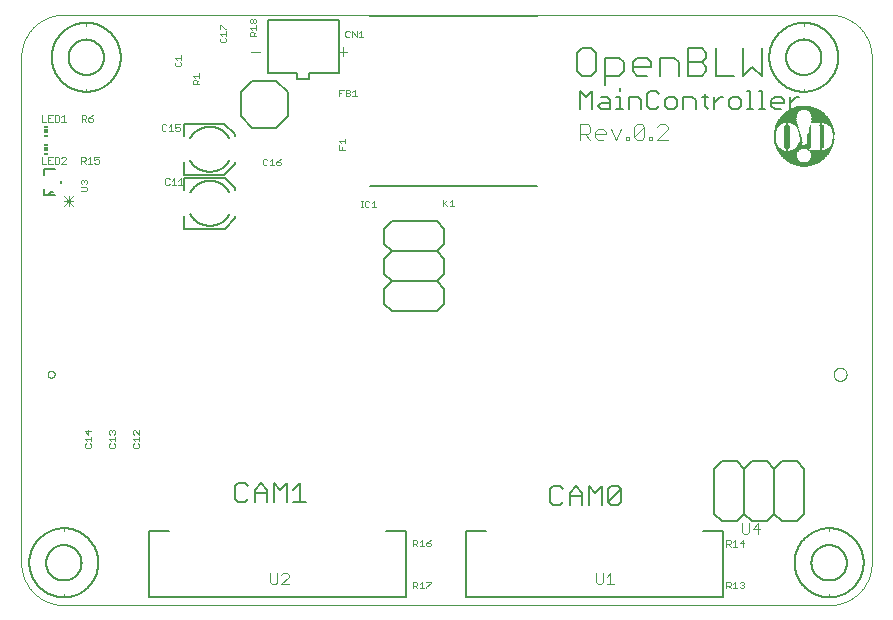
<source format=gto>
G75*
%MOIN*%
%OFA0B0*%
%FSLAX25Y25*%
%IPPOS*%
%LPD*%
%AMOC8*
5,1,8,0,0,1.08239X$1,22.5*
%
%ADD10C,0.00000*%
%ADD11C,0.00800*%
%ADD12C,0.00500*%
%ADD13C,0.00400*%
%ADD14C,0.00600*%
%ADD15C,0.00200*%
%ADD16R,0.01181X0.00591*%
%ADD17R,0.01181X0.01181*%
%ADD18C,0.00300*%
%ADD19R,0.01772X0.00039*%
%ADD20R,0.02480X0.00039*%
%ADD21R,0.03031X0.00039*%
%ADD22R,0.03504X0.00039*%
%ADD23R,0.03976X0.00039*%
%ADD24R,0.04291X0.00039*%
%ADD25R,0.04685X0.00039*%
%ADD26R,0.05000X0.00039*%
%ADD27R,0.05315X0.00039*%
%ADD28R,0.05551X0.00039*%
%ADD29R,0.05866X0.00039*%
%ADD30R,0.06102X0.00039*%
%ADD31R,0.06339X0.00039*%
%ADD32R,0.06575X0.00039*%
%ADD33R,0.06811X0.00039*%
%ADD34R,0.06969X0.00039*%
%ADD35R,0.07205X0.00039*%
%ADD36R,0.07441X0.00039*%
%ADD37R,0.07598X0.00039*%
%ADD38R,0.07756X0.00039*%
%ADD39R,0.07992X0.00039*%
%ADD40R,0.08150X0.00039*%
%ADD41R,0.08307X0.00039*%
%ADD42R,0.08465X0.00039*%
%ADD43R,0.08701X0.00039*%
%ADD44R,0.08858X0.00039*%
%ADD45R,0.09016X0.00039*%
%ADD46R,0.09173X0.00039*%
%ADD47R,0.04134X0.00039*%
%ADD48R,0.03937X0.00039*%
%ADD49R,0.04094X0.00039*%
%ADD50R,0.03898X0.00039*%
%ADD51R,0.04055X0.00039*%
%ADD52R,0.03858X0.00039*%
%ADD53R,0.04016X0.00039*%
%ADD54R,0.03819X0.00039*%
%ADD55R,0.04173X0.00039*%
%ADD56R,0.04213X0.00039*%
%ADD57R,0.04252X0.00039*%
%ADD58R,0.04331X0.00039*%
%ADD59R,0.04409X0.00039*%
%ADD60R,0.04449X0.00039*%
%ADD61R,0.04488X0.00039*%
%ADD62R,0.04370X0.00039*%
%ADD63R,0.04528X0.00039*%
%ADD64R,0.04567X0.00039*%
%ADD65R,0.04606X0.00039*%
%ADD66R,0.04646X0.00039*%
%ADD67R,0.04724X0.00039*%
%ADD68R,0.04764X0.00039*%
%ADD69R,0.04803X0.00039*%
%ADD70R,0.04843X0.00039*%
%ADD71R,0.04882X0.00039*%
%ADD72R,0.04921X0.00039*%
%ADD73R,0.04961X0.00039*%
%ADD74R,0.05039X0.00039*%
%ADD75R,0.05079X0.00039*%
%ADD76R,0.05118X0.00039*%
%ADD77R,0.05157X0.00039*%
%ADD78R,0.05197X0.00039*%
%ADD79R,0.05236X0.00039*%
%ADD80R,0.05276X0.00039*%
%ADD81R,0.05354X0.00039*%
%ADD82R,0.05394X0.00039*%
%ADD83R,0.05433X0.00039*%
%ADD84R,0.05472X0.00039*%
%ADD85R,0.05512X0.00039*%
%ADD86R,0.05591X0.00039*%
%ADD87R,0.05630X0.00039*%
%ADD88R,0.05669X0.00039*%
%ADD89R,0.05709X0.00039*%
%ADD90R,0.05748X0.00039*%
%ADD91R,0.05787X0.00039*%
%ADD92R,0.05827X0.00039*%
%ADD93R,0.05906X0.00039*%
%ADD94R,0.05945X0.00039*%
%ADD95R,0.05984X0.00039*%
%ADD96R,0.06024X0.00039*%
%ADD97R,0.06063X0.00039*%
%ADD98R,0.06142X0.00039*%
%ADD99R,0.06181X0.00039*%
%ADD100R,0.06220X0.00039*%
%ADD101R,0.06260X0.00039*%
%ADD102R,0.06299X0.00039*%
%ADD103R,0.06378X0.00039*%
%ADD104R,0.06457X0.00039*%
%ADD105R,0.06496X0.00039*%
%ADD106R,0.06535X0.00039*%
%ADD107R,0.06614X0.00039*%
%ADD108R,0.06693X0.00039*%
%ADD109R,0.06732X0.00039*%
%ADD110R,0.06654X0.00039*%
%ADD111R,0.02638X0.00039*%
%ADD112R,0.00551X0.00039*%
%ADD113R,0.06850X0.00039*%
%ADD114R,0.02402X0.00039*%
%ADD115R,0.02795X0.00039*%
%ADD116R,0.06890X0.00039*%
%ADD117R,0.02244X0.00039*%
%ADD118R,0.02677X0.00039*%
%ADD119R,0.02087X0.00039*%
%ADD120R,0.02559X0.00039*%
%ADD121R,0.07008X0.00039*%
%ADD122R,0.02008X0.00039*%
%ADD123R,0.02441X0.00039*%
%ADD124R,0.07087X0.00039*%
%ADD125R,0.01850X0.00039*%
%ADD126R,0.02362X0.00039*%
%ADD127R,0.07126X0.00039*%
%ADD128R,0.01811X0.00039*%
%ADD129R,0.02323X0.00039*%
%ADD130R,0.00197X0.00039*%
%ADD131R,0.00591X0.00039*%
%ADD132R,0.02283X0.00039*%
%ADD133R,0.01693X0.00039*%
%ADD134R,0.00118X0.00039*%
%ADD135R,0.02047X0.00039*%
%ADD136R,0.01654X0.00039*%
%ADD137R,0.02205X0.00039*%
%ADD138R,0.01929X0.00039*%
%ADD139R,0.01614X0.00039*%
%ADD140R,0.02165X0.00039*%
%ADD141R,0.01535X0.00039*%
%ADD142R,0.01732X0.00039*%
%ADD143R,0.01496X0.00039*%
%ADD144R,0.00157X0.00039*%
%ADD145R,0.01417X0.00039*%
%ADD146R,0.00236X0.00039*%
%ADD147R,0.01378X0.00039*%
%ADD148R,0.00276X0.00039*%
%ADD149R,0.01575X0.00039*%
%ADD150R,0.01339X0.00039*%
%ADD151R,0.00315X0.00039*%
%ADD152R,0.01299X0.00039*%
%ADD153R,0.00394X0.00039*%
%ADD154R,0.01457X0.00039*%
%ADD155R,0.01220X0.00039*%
%ADD156R,0.00472X0.00039*%
%ADD157R,0.00512X0.00039*%
%ADD158R,0.01181X0.00039*%
%ADD159R,0.01102X0.00039*%
%ADD160R,0.00669X0.00039*%
%ADD161R,0.01260X0.00039*%
%ADD162R,0.00709X0.00039*%
%ADD163R,0.00827X0.00039*%
%ADD164R,0.01063X0.00039*%
%ADD165R,0.00945X0.00039*%
%ADD166R,0.01024X0.00039*%
%ADD167R,0.01142X0.00039*%
%ADD168R,0.00984X0.00039*%
%ADD169R,0.00906X0.00039*%
%ADD170R,0.00866X0.00039*%
%ADD171R,0.00787X0.00039*%
%ADD172R,0.00748X0.00039*%
%ADD173R,0.00630X0.00039*%
%ADD174R,0.00433X0.00039*%
%ADD175R,0.00354X0.00039*%
%ADD176R,0.00079X0.00039*%
%ADD177R,0.01890X0.00039*%
%ADD178R,0.01969X0.00039*%
%ADD179R,0.02126X0.00039*%
%ADD180R,0.02598X0.00039*%
%ADD181R,0.02520X0.00039*%
%ADD182R,0.06417X0.00039*%
%ADD183R,0.09409X0.00039*%
%ADD184R,0.09331X0.00039*%
D10*
X0015673Y0001500D02*
X0270791Y0001500D01*
X0271133Y0001504D01*
X0271476Y0001517D01*
X0271818Y0001537D01*
X0272159Y0001566D01*
X0272499Y0001603D01*
X0272839Y0001649D01*
X0273177Y0001702D01*
X0273514Y0001764D01*
X0273849Y0001834D01*
X0274183Y0001912D01*
X0274514Y0001998D01*
X0274844Y0002092D01*
X0275171Y0002194D01*
X0275495Y0002303D01*
X0275817Y0002421D01*
X0276136Y0002546D01*
X0276451Y0002679D01*
X0276764Y0002820D01*
X0277072Y0002968D01*
X0277378Y0003123D01*
X0277679Y0003286D01*
X0277976Y0003456D01*
X0278269Y0003633D01*
X0278558Y0003818D01*
X0278842Y0004009D01*
X0279122Y0004207D01*
X0279396Y0004411D01*
X0279666Y0004623D01*
X0279930Y0004840D01*
X0280189Y0005064D01*
X0280443Y0005295D01*
X0280691Y0005531D01*
X0280933Y0005773D01*
X0281169Y0006021D01*
X0281400Y0006275D01*
X0281624Y0006534D01*
X0281841Y0006798D01*
X0282053Y0007068D01*
X0282257Y0007342D01*
X0282455Y0007622D01*
X0282646Y0007906D01*
X0282831Y0008195D01*
X0283008Y0008488D01*
X0283178Y0008785D01*
X0283341Y0009086D01*
X0283496Y0009392D01*
X0283644Y0009700D01*
X0283785Y0010013D01*
X0283918Y0010328D01*
X0284043Y0010647D01*
X0284161Y0010969D01*
X0284270Y0011293D01*
X0284372Y0011620D01*
X0284466Y0011950D01*
X0284552Y0012281D01*
X0284630Y0012615D01*
X0284700Y0012950D01*
X0284762Y0013287D01*
X0284815Y0013625D01*
X0284861Y0013965D01*
X0284898Y0014305D01*
X0284927Y0014646D01*
X0284947Y0014988D01*
X0284960Y0015331D01*
X0284964Y0015673D01*
X0284965Y0015673D02*
X0284965Y0184177D01*
X0284964Y0184177D02*
X0284960Y0184519D01*
X0284947Y0184862D01*
X0284927Y0185204D01*
X0284898Y0185545D01*
X0284861Y0185885D01*
X0284815Y0186225D01*
X0284762Y0186563D01*
X0284700Y0186900D01*
X0284630Y0187235D01*
X0284552Y0187569D01*
X0284466Y0187900D01*
X0284372Y0188230D01*
X0284270Y0188557D01*
X0284161Y0188881D01*
X0284043Y0189203D01*
X0283918Y0189522D01*
X0283785Y0189837D01*
X0283644Y0190150D01*
X0283496Y0190458D01*
X0283341Y0190764D01*
X0283178Y0191065D01*
X0283008Y0191362D01*
X0282831Y0191655D01*
X0282646Y0191944D01*
X0282455Y0192228D01*
X0282257Y0192508D01*
X0282053Y0192782D01*
X0281841Y0193052D01*
X0281624Y0193316D01*
X0281400Y0193575D01*
X0281169Y0193829D01*
X0280933Y0194077D01*
X0280691Y0194319D01*
X0280443Y0194555D01*
X0280189Y0194786D01*
X0279930Y0195010D01*
X0279666Y0195227D01*
X0279396Y0195439D01*
X0279122Y0195643D01*
X0278842Y0195841D01*
X0278558Y0196032D01*
X0278269Y0196217D01*
X0277976Y0196394D01*
X0277679Y0196564D01*
X0277378Y0196727D01*
X0277072Y0196882D01*
X0276764Y0197030D01*
X0276451Y0197171D01*
X0276136Y0197304D01*
X0275817Y0197429D01*
X0275495Y0197547D01*
X0275171Y0197656D01*
X0274844Y0197758D01*
X0274514Y0197852D01*
X0274183Y0197938D01*
X0273849Y0198016D01*
X0273514Y0198086D01*
X0273177Y0198148D01*
X0272839Y0198201D01*
X0272499Y0198247D01*
X0272159Y0198284D01*
X0271818Y0198313D01*
X0271476Y0198333D01*
X0271133Y0198346D01*
X0270791Y0198350D01*
X0015673Y0198350D01*
X0015331Y0198346D01*
X0014988Y0198333D01*
X0014646Y0198313D01*
X0014305Y0198284D01*
X0013965Y0198247D01*
X0013625Y0198201D01*
X0013287Y0198148D01*
X0012950Y0198086D01*
X0012615Y0198016D01*
X0012281Y0197938D01*
X0011950Y0197852D01*
X0011620Y0197758D01*
X0011293Y0197656D01*
X0010969Y0197547D01*
X0010647Y0197429D01*
X0010328Y0197304D01*
X0010013Y0197171D01*
X0009700Y0197030D01*
X0009392Y0196882D01*
X0009086Y0196727D01*
X0008785Y0196564D01*
X0008488Y0196394D01*
X0008195Y0196217D01*
X0007906Y0196032D01*
X0007622Y0195841D01*
X0007342Y0195643D01*
X0007068Y0195439D01*
X0006798Y0195227D01*
X0006534Y0195010D01*
X0006275Y0194786D01*
X0006021Y0194555D01*
X0005773Y0194319D01*
X0005531Y0194077D01*
X0005295Y0193829D01*
X0005064Y0193575D01*
X0004840Y0193316D01*
X0004623Y0193052D01*
X0004411Y0192782D01*
X0004207Y0192508D01*
X0004009Y0192228D01*
X0003818Y0191944D01*
X0003633Y0191655D01*
X0003456Y0191362D01*
X0003286Y0191065D01*
X0003123Y0190764D01*
X0002968Y0190458D01*
X0002820Y0190150D01*
X0002679Y0189837D01*
X0002546Y0189522D01*
X0002421Y0189203D01*
X0002303Y0188881D01*
X0002194Y0188557D01*
X0002092Y0188230D01*
X0001998Y0187900D01*
X0001912Y0187569D01*
X0001834Y0187235D01*
X0001764Y0186900D01*
X0001702Y0186563D01*
X0001649Y0186225D01*
X0001603Y0185885D01*
X0001566Y0185545D01*
X0001537Y0185204D01*
X0001517Y0184862D01*
X0001504Y0184519D01*
X0001500Y0184177D01*
X0001500Y0015673D01*
X0001504Y0015331D01*
X0001517Y0014988D01*
X0001537Y0014646D01*
X0001566Y0014305D01*
X0001603Y0013965D01*
X0001649Y0013625D01*
X0001702Y0013287D01*
X0001764Y0012950D01*
X0001834Y0012615D01*
X0001912Y0012281D01*
X0001998Y0011950D01*
X0002092Y0011620D01*
X0002194Y0011293D01*
X0002303Y0010969D01*
X0002421Y0010647D01*
X0002546Y0010328D01*
X0002679Y0010013D01*
X0002820Y0009700D01*
X0002968Y0009392D01*
X0003123Y0009086D01*
X0003286Y0008785D01*
X0003456Y0008488D01*
X0003633Y0008195D01*
X0003818Y0007906D01*
X0004009Y0007622D01*
X0004207Y0007342D01*
X0004411Y0007068D01*
X0004623Y0006798D01*
X0004840Y0006534D01*
X0005064Y0006275D01*
X0005295Y0006021D01*
X0005531Y0005773D01*
X0005773Y0005531D01*
X0006021Y0005295D01*
X0006275Y0005064D01*
X0006534Y0004840D01*
X0006798Y0004623D01*
X0007068Y0004411D01*
X0007342Y0004207D01*
X0007622Y0004009D01*
X0007906Y0003818D01*
X0008195Y0003633D01*
X0008488Y0003456D01*
X0008785Y0003286D01*
X0009086Y0003123D01*
X0009392Y0002968D01*
X0009700Y0002820D01*
X0010013Y0002679D01*
X0010328Y0002546D01*
X0010647Y0002421D01*
X0010969Y0002303D01*
X0011293Y0002194D01*
X0011620Y0002092D01*
X0011950Y0001998D01*
X0012281Y0001912D01*
X0012615Y0001834D01*
X0012950Y0001764D01*
X0013287Y0001702D01*
X0013625Y0001649D01*
X0013965Y0001603D01*
X0014305Y0001566D01*
X0014646Y0001537D01*
X0014988Y0001517D01*
X0015331Y0001504D01*
X0015673Y0001500D01*
X0010260Y0078500D02*
X0010262Y0078569D01*
X0010268Y0078637D01*
X0010278Y0078705D01*
X0010292Y0078772D01*
X0010310Y0078839D01*
X0010331Y0078904D01*
X0010357Y0078968D01*
X0010386Y0079030D01*
X0010418Y0079090D01*
X0010454Y0079149D01*
X0010494Y0079205D01*
X0010536Y0079259D01*
X0010582Y0079310D01*
X0010631Y0079359D01*
X0010682Y0079405D01*
X0010736Y0079447D01*
X0010792Y0079487D01*
X0010850Y0079523D01*
X0010911Y0079555D01*
X0010973Y0079584D01*
X0011037Y0079610D01*
X0011102Y0079631D01*
X0011169Y0079649D01*
X0011236Y0079663D01*
X0011304Y0079673D01*
X0011372Y0079679D01*
X0011441Y0079681D01*
X0011510Y0079679D01*
X0011578Y0079673D01*
X0011646Y0079663D01*
X0011713Y0079649D01*
X0011780Y0079631D01*
X0011845Y0079610D01*
X0011909Y0079584D01*
X0011971Y0079555D01*
X0012031Y0079523D01*
X0012090Y0079487D01*
X0012146Y0079447D01*
X0012200Y0079405D01*
X0012251Y0079359D01*
X0012300Y0079310D01*
X0012346Y0079259D01*
X0012388Y0079205D01*
X0012428Y0079149D01*
X0012464Y0079090D01*
X0012496Y0079030D01*
X0012525Y0078968D01*
X0012551Y0078904D01*
X0012572Y0078839D01*
X0012590Y0078772D01*
X0012604Y0078705D01*
X0012614Y0078637D01*
X0012620Y0078569D01*
X0012622Y0078500D01*
X0012620Y0078431D01*
X0012614Y0078363D01*
X0012604Y0078295D01*
X0012590Y0078228D01*
X0012572Y0078161D01*
X0012551Y0078096D01*
X0012525Y0078032D01*
X0012496Y0077970D01*
X0012464Y0077909D01*
X0012428Y0077851D01*
X0012388Y0077795D01*
X0012346Y0077741D01*
X0012300Y0077690D01*
X0012251Y0077641D01*
X0012200Y0077595D01*
X0012146Y0077553D01*
X0012090Y0077513D01*
X0012032Y0077477D01*
X0011971Y0077445D01*
X0011909Y0077416D01*
X0011845Y0077390D01*
X0011780Y0077369D01*
X0011713Y0077351D01*
X0011646Y0077337D01*
X0011578Y0077327D01*
X0011510Y0077321D01*
X0011441Y0077319D01*
X0011372Y0077321D01*
X0011304Y0077327D01*
X0011236Y0077337D01*
X0011169Y0077351D01*
X0011102Y0077369D01*
X0011037Y0077390D01*
X0010973Y0077416D01*
X0010911Y0077445D01*
X0010850Y0077477D01*
X0010792Y0077513D01*
X0010736Y0077553D01*
X0010682Y0077595D01*
X0010631Y0077641D01*
X0010582Y0077690D01*
X0010536Y0077741D01*
X0010494Y0077795D01*
X0010454Y0077851D01*
X0010418Y0077909D01*
X0010386Y0077970D01*
X0010357Y0078032D01*
X0010331Y0078096D01*
X0010310Y0078161D01*
X0010292Y0078228D01*
X0010278Y0078295D01*
X0010268Y0078363D01*
X0010262Y0078431D01*
X0010260Y0078500D01*
X0272268Y0078500D02*
X0272270Y0078593D01*
X0272276Y0078685D01*
X0272286Y0078777D01*
X0272300Y0078868D01*
X0272317Y0078959D01*
X0272339Y0079049D01*
X0272364Y0079138D01*
X0272393Y0079226D01*
X0272426Y0079312D01*
X0272463Y0079397D01*
X0272503Y0079481D01*
X0272547Y0079562D01*
X0272594Y0079642D01*
X0272644Y0079720D01*
X0272698Y0079795D01*
X0272755Y0079868D01*
X0272815Y0079938D01*
X0272878Y0080006D01*
X0272944Y0080071D01*
X0273012Y0080133D01*
X0273083Y0080193D01*
X0273157Y0080249D01*
X0273233Y0080302D01*
X0273311Y0080351D01*
X0273391Y0080398D01*
X0273473Y0080440D01*
X0273557Y0080480D01*
X0273642Y0080515D01*
X0273729Y0080547D01*
X0273817Y0080576D01*
X0273906Y0080600D01*
X0273996Y0080621D01*
X0274087Y0080637D01*
X0274179Y0080650D01*
X0274271Y0080659D01*
X0274364Y0080664D01*
X0274456Y0080665D01*
X0274549Y0080662D01*
X0274641Y0080655D01*
X0274733Y0080644D01*
X0274824Y0080629D01*
X0274915Y0080611D01*
X0275005Y0080588D01*
X0275093Y0080562D01*
X0275181Y0080532D01*
X0275267Y0080498D01*
X0275351Y0080461D01*
X0275434Y0080419D01*
X0275515Y0080375D01*
X0275595Y0080327D01*
X0275672Y0080276D01*
X0275746Y0080221D01*
X0275819Y0080163D01*
X0275889Y0080103D01*
X0275956Y0080039D01*
X0276020Y0079973D01*
X0276082Y0079903D01*
X0276140Y0079832D01*
X0276195Y0079758D01*
X0276247Y0079681D01*
X0276296Y0079602D01*
X0276342Y0079522D01*
X0276384Y0079439D01*
X0276422Y0079355D01*
X0276457Y0079269D01*
X0276488Y0079182D01*
X0276515Y0079094D01*
X0276538Y0079004D01*
X0276558Y0078914D01*
X0276574Y0078823D01*
X0276586Y0078731D01*
X0276594Y0078639D01*
X0276598Y0078546D01*
X0276598Y0078454D01*
X0276594Y0078361D01*
X0276586Y0078269D01*
X0276574Y0078177D01*
X0276558Y0078086D01*
X0276538Y0077996D01*
X0276515Y0077906D01*
X0276488Y0077818D01*
X0276457Y0077731D01*
X0276422Y0077645D01*
X0276384Y0077561D01*
X0276342Y0077478D01*
X0276296Y0077398D01*
X0276247Y0077319D01*
X0276195Y0077242D01*
X0276140Y0077168D01*
X0276082Y0077097D01*
X0276020Y0077027D01*
X0275956Y0076961D01*
X0275889Y0076897D01*
X0275819Y0076837D01*
X0275746Y0076779D01*
X0275672Y0076724D01*
X0275595Y0076673D01*
X0275516Y0076625D01*
X0275434Y0076581D01*
X0275351Y0076539D01*
X0275267Y0076502D01*
X0275181Y0076468D01*
X0275093Y0076438D01*
X0275005Y0076412D01*
X0274915Y0076389D01*
X0274824Y0076371D01*
X0274733Y0076356D01*
X0274641Y0076345D01*
X0274549Y0076338D01*
X0274456Y0076335D01*
X0274364Y0076336D01*
X0274271Y0076341D01*
X0274179Y0076350D01*
X0274087Y0076363D01*
X0273996Y0076379D01*
X0273906Y0076400D01*
X0273817Y0076424D01*
X0273729Y0076453D01*
X0273642Y0076485D01*
X0273557Y0076520D01*
X0273473Y0076560D01*
X0273391Y0076602D01*
X0273311Y0076649D01*
X0273233Y0076698D01*
X0273157Y0076751D01*
X0273083Y0076807D01*
X0273012Y0076867D01*
X0272944Y0076929D01*
X0272878Y0076994D01*
X0272815Y0077062D01*
X0272755Y0077132D01*
X0272698Y0077205D01*
X0272644Y0077280D01*
X0272594Y0077358D01*
X0272547Y0077438D01*
X0272503Y0077519D01*
X0272463Y0077603D01*
X0272426Y0077688D01*
X0272393Y0077774D01*
X0272364Y0077862D01*
X0272339Y0077951D01*
X0272317Y0078041D01*
X0272300Y0078132D01*
X0272286Y0078223D01*
X0272276Y0078315D01*
X0272270Y0078407D01*
X0272268Y0078500D01*
D11*
X0264885Y0015673D02*
X0264887Y0015826D01*
X0264893Y0015980D01*
X0264903Y0016133D01*
X0264917Y0016285D01*
X0264935Y0016438D01*
X0264957Y0016589D01*
X0264982Y0016740D01*
X0265012Y0016891D01*
X0265046Y0017041D01*
X0265083Y0017189D01*
X0265124Y0017337D01*
X0265169Y0017483D01*
X0265218Y0017629D01*
X0265271Y0017773D01*
X0265327Y0017915D01*
X0265387Y0018056D01*
X0265451Y0018196D01*
X0265518Y0018334D01*
X0265589Y0018470D01*
X0265664Y0018604D01*
X0265741Y0018736D01*
X0265823Y0018866D01*
X0265907Y0018994D01*
X0265995Y0019120D01*
X0266086Y0019243D01*
X0266180Y0019364D01*
X0266278Y0019482D01*
X0266378Y0019598D01*
X0266482Y0019711D01*
X0266588Y0019822D01*
X0266697Y0019930D01*
X0266809Y0020035D01*
X0266923Y0020136D01*
X0267041Y0020235D01*
X0267160Y0020331D01*
X0267282Y0020424D01*
X0267407Y0020513D01*
X0267534Y0020600D01*
X0267663Y0020682D01*
X0267794Y0020762D01*
X0267927Y0020838D01*
X0268062Y0020911D01*
X0268199Y0020980D01*
X0268338Y0021045D01*
X0268478Y0021107D01*
X0268620Y0021165D01*
X0268763Y0021220D01*
X0268908Y0021271D01*
X0269054Y0021318D01*
X0269201Y0021361D01*
X0269349Y0021400D01*
X0269498Y0021436D01*
X0269648Y0021467D01*
X0269799Y0021495D01*
X0269950Y0021519D01*
X0270103Y0021539D01*
X0270255Y0021555D01*
X0270408Y0021567D01*
X0270561Y0021575D01*
X0270714Y0021579D01*
X0270868Y0021579D01*
X0271021Y0021575D01*
X0271174Y0021567D01*
X0271327Y0021555D01*
X0271479Y0021539D01*
X0271632Y0021519D01*
X0271783Y0021495D01*
X0271934Y0021467D01*
X0272084Y0021436D01*
X0272233Y0021400D01*
X0272381Y0021361D01*
X0272528Y0021318D01*
X0272674Y0021271D01*
X0272819Y0021220D01*
X0272962Y0021165D01*
X0273104Y0021107D01*
X0273244Y0021045D01*
X0273383Y0020980D01*
X0273520Y0020911D01*
X0273655Y0020838D01*
X0273788Y0020762D01*
X0273919Y0020682D01*
X0274048Y0020600D01*
X0274175Y0020513D01*
X0274300Y0020424D01*
X0274422Y0020331D01*
X0274541Y0020235D01*
X0274659Y0020136D01*
X0274773Y0020035D01*
X0274885Y0019930D01*
X0274994Y0019822D01*
X0275100Y0019711D01*
X0275204Y0019598D01*
X0275304Y0019482D01*
X0275402Y0019364D01*
X0275496Y0019243D01*
X0275587Y0019120D01*
X0275675Y0018994D01*
X0275759Y0018866D01*
X0275841Y0018736D01*
X0275918Y0018604D01*
X0275993Y0018470D01*
X0276064Y0018334D01*
X0276131Y0018196D01*
X0276195Y0018056D01*
X0276255Y0017915D01*
X0276311Y0017773D01*
X0276364Y0017629D01*
X0276413Y0017483D01*
X0276458Y0017337D01*
X0276499Y0017189D01*
X0276536Y0017041D01*
X0276570Y0016891D01*
X0276600Y0016740D01*
X0276625Y0016589D01*
X0276647Y0016438D01*
X0276665Y0016285D01*
X0276679Y0016133D01*
X0276689Y0015980D01*
X0276695Y0015826D01*
X0276697Y0015673D01*
X0276695Y0015520D01*
X0276689Y0015366D01*
X0276679Y0015213D01*
X0276665Y0015061D01*
X0276647Y0014908D01*
X0276625Y0014757D01*
X0276600Y0014606D01*
X0276570Y0014455D01*
X0276536Y0014305D01*
X0276499Y0014157D01*
X0276458Y0014009D01*
X0276413Y0013863D01*
X0276364Y0013717D01*
X0276311Y0013573D01*
X0276255Y0013431D01*
X0276195Y0013290D01*
X0276131Y0013150D01*
X0276064Y0013012D01*
X0275993Y0012876D01*
X0275918Y0012742D01*
X0275841Y0012610D01*
X0275759Y0012480D01*
X0275675Y0012352D01*
X0275587Y0012226D01*
X0275496Y0012103D01*
X0275402Y0011982D01*
X0275304Y0011864D01*
X0275204Y0011748D01*
X0275100Y0011635D01*
X0274994Y0011524D01*
X0274885Y0011416D01*
X0274773Y0011311D01*
X0274659Y0011210D01*
X0274541Y0011111D01*
X0274422Y0011015D01*
X0274300Y0010922D01*
X0274175Y0010833D01*
X0274048Y0010746D01*
X0273919Y0010664D01*
X0273788Y0010584D01*
X0273655Y0010508D01*
X0273520Y0010435D01*
X0273383Y0010366D01*
X0273244Y0010301D01*
X0273104Y0010239D01*
X0272962Y0010181D01*
X0272819Y0010126D01*
X0272674Y0010075D01*
X0272528Y0010028D01*
X0272381Y0009985D01*
X0272233Y0009946D01*
X0272084Y0009910D01*
X0271934Y0009879D01*
X0271783Y0009851D01*
X0271632Y0009827D01*
X0271479Y0009807D01*
X0271327Y0009791D01*
X0271174Y0009779D01*
X0271021Y0009771D01*
X0270868Y0009767D01*
X0270714Y0009767D01*
X0270561Y0009771D01*
X0270408Y0009779D01*
X0270255Y0009791D01*
X0270103Y0009807D01*
X0269950Y0009827D01*
X0269799Y0009851D01*
X0269648Y0009879D01*
X0269498Y0009910D01*
X0269349Y0009946D01*
X0269201Y0009985D01*
X0269054Y0010028D01*
X0268908Y0010075D01*
X0268763Y0010126D01*
X0268620Y0010181D01*
X0268478Y0010239D01*
X0268338Y0010301D01*
X0268199Y0010366D01*
X0268062Y0010435D01*
X0267927Y0010508D01*
X0267794Y0010584D01*
X0267663Y0010664D01*
X0267534Y0010746D01*
X0267407Y0010833D01*
X0267282Y0010922D01*
X0267160Y0011015D01*
X0267041Y0011111D01*
X0266923Y0011210D01*
X0266809Y0011311D01*
X0266697Y0011416D01*
X0266588Y0011524D01*
X0266482Y0011635D01*
X0266378Y0011748D01*
X0266278Y0011864D01*
X0266180Y0011982D01*
X0266086Y0012103D01*
X0265995Y0012226D01*
X0265907Y0012352D01*
X0265823Y0012480D01*
X0265741Y0012610D01*
X0265664Y0012742D01*
X0265589Y0012876D01*
X0265518Y0013012D01*
X0265451Y0013150D01*
X0265387Y0013290D01*
X0265327Y0013431D01*
X0265271Y0013573D01*
X0265218Y0013717D01*
X0265169Y0013863D01*
X0265124Y0014009D01*
X0265083Y0014157D01*
X0265046Y0014305D01*
X0265012Y0014455D01*
X0264982Y0014606D01*
X0264957Y0014757D01*
X0264935Y0014908D01*
X0264917Y0015061D01*
X0264903Y0015213D01*
X0264893Y0015366D01*
X0264887Y0015520D01*
X0264885Y0015673D01*
X0072815Y0130579D02*
X0069271Y0127035D01*
X0055885Y0127035D01*
X0055885Y0131169D01*
X0057854Y0139240D02*
X0057947Y0139397D01*
X0058044Y0139552D01*
X0058144Y0139705D01*
X0058249Y0139855D01*
X0058357Y0140002D01*
X0058468Y0140147D01*
X0058583Y0140289D01*
X0058702Y0140428D01*
X0058824Y0140565D01*
X0058949Y0140698D01*
X0059077Y0140828D01*
X0059209Y0140955D01*
X0059343Y0141079D01*
X0059481Y0141199D01*
X0059621Y0141316D01*
X0059764Y0141430D01*
X0059910Y0141540D01*
X0060059Y0141646D01*
X0060210Y0141749D01*
X0060363Y0141848D01*
X0060519Y0141943D01*
X0060678Y0142035D01*
X0060838Y0142122D01*
X0061000Y0142206D01*
X0061165Y0142286D01*
X0061331Y0142361D01*
X0061499Y0142433D01*
X0061669Y0142500D01*
X0061841Y0142564D01*
X0062014Y0142623D01*
X0062188Y0142677D01*
X0062364Y0142728D01*
X0062540Y0142774D01*
X0062718Y0142816D01*
X0062897Y0142854D01*
X0063077Y0142887D01*
X0063257Y0142916D01*
X0063438Y0142940D01*
X0063620Y0142960D01*
X0063802Y0142976D01*
X0063985Y0142987D01*
X0064167Y0142994D01*
X0064350Y0142996D01*
X0064533Y0142994D01*
X0064715Y0142987D01*
X0064898Y0142976D01*
X0065080Y0142960D01*
X0065262Y0142940D01*
X0065443Y0142916D01*
X0065623Y0142887D01*
X0065803Y0142854D01*
X0065982Y0142816D01*
X0066160Y0142774D01*
X0066336Y0142728D01*
X0066512Y0142677D01*
X0066686Y0142623D01*
X0066859Y0142564D01*
X0067031Y0142500D01*
X0067201Y0142433D01*
X0067369Y0142361D01*
X0067535Y0142286D01*
X0067700Y0142206D01*
X0067862Y0142122D01*
X0068022Y0142035D01*
X0068181Y0141943D01*
X0068337Y0141848D01*
X0068490Y0141749D01*
X0068641Y0141646D01*
X0068790Y0141540D01*
X0068936Y0141430D01*
X0069079Y0141316D01*
X0069219Y0141199D01*
X0069357Y0141079D01*
X0069491Y0140955D01*
X0069623Y0140828D01*
X0069751Y0140698D01*
X0069876Y0140565D01*
X0069998Y0140428D01*
X0070117Y0140289D01*
X0070232Y0140147D01*
X0070343Y0140002D01*
X0070451Y0139855D01*
X0070556Y0139705D01*
X0070656Y0139552D01*
X0070753Y0139397D01*
X0070846Y0139240D01*
X0072815Y0139831D02*
X0072815Y0140421D01*
X0069271Y0143965D01*
X0055885Y0143965D01*
X0055885Y0139831D01*
X0055835Y0145035D02*
X0055835Y0149169D01*
X0055835Y0145035D02*
X0069221Y0145035D01*
X0072765Y0148579D01*
X0072765Y0149366D01*
X0070796Y0157240D02*
X0070703Y0157397D01*
X0070606Y0157552D01*
X0070506Y0157705D01*
X0070401Y0157855D01*
X0070293Y0158002D01*
X0070182Y0158147D01*
X0070067Y0158289D01*
X0069948Y0158428D01*
X0069826Y0158565D01*
X0069701Y0158698D01*
X0069573Y0158828D01*
X0069441Y0158955D01*
X0069307Y0159079D01*
X0069169Y0159199D01*
X0069029Y0159316D01*
X0068886Y0159430D01*
X0068740Y0159540D01*
X0068591Y0159646D01*
X0068440Y0159749D01*
X0068287Y0159848D01*
X0068131Y0159943D01*
X0067972Y0160035D01*
X0067812Y0160122D01*
X0067650Y0160206D01*
X0067485Y0160286D01*
X0067319Y0160361D01*
X0067151Y0160433D01*
X0066981Y0160500D01*
X0066809Y0160564D01*
X0066636Y0160623D01*
X0066462Y0160677D01*
X0066286Y0160728D01*
X0066110Y0160774D01*
X0065932Y0160816D01*
X0065753Y0160854D01*
X0065573Y0160887D01*
X0065393Y0160916D01*
X0065212Y0160940D01*
X0065030Y0160960D01*
X0064848Y0160976D01*
X0064665Y0160987D01*
X0064483Y0160994D01*
X0064300Y0160996D01*
X0064117Y0160994D01*
X0063935Y0160987D01*
X0063752Y0160976D01*
X0063570Y0160960D01*
X0063388Y0160940D01*
X0063207Y0160916D01*
X0063027Y0160887D01*
X0062847Y0160854D01*
X0062668Y0160816D01*
X0062490Y0160774D01*
X0062314Y0160728D01*
X0062138Y0160677D01*
X0061964Y0160623D01*
X0061791Y0160564D01*
X0061619Y0160500D01*
X0061449Y0160433D01*
X0061281Y0160361D01*
X0061115Y0160286D01*
X0060950Y0160206D01*
X0060788Y0160122D01*
X0060628Y0160035D01*
X0060469Y0159943D01*
X0060313Y0159848D01*
X0060160Y0159749D01*
X0060009Y0159646D01*
X0059860Y0159540D01*
X0059714Y0159430D01*
X0059571Y0159316D01*
X0059431Y0159199D01*
X0059293Y0159079D01*
X0059159Y0158955D01*
X0059027Y0158828D01*
X0058899Y0158698D01*
X0058774Y0158565D01*
X0058652Y0158428D01*
X0058533Y0158289D01*
X0058418Y0158147D01*
X0058307Y0158002D01*
X0058199Y0157855D01*
X0058094Y0157705D01*
X0057994Y0157552D01*
X0057897Y0157397D01*
X0057804Y0157240D01*
X0055835Y0157831D02*
X0055835Y0161965D01*
X0069221Y0161965D01*
X0072765Y0158421D01*
X0072765Y0157831D01*
X0070796Y0149760D02*
X0070703Y0149603D01*
X0070606Y0149448D01*
X0070506Y0149295D01*
X0070401Y0149145D01*
X0070293Y0148998D01*
X0070182Y0148853D01*
X0070067Y0148711D01*
X0069948Y0148572D01*
X0069826Y0148435D01*
X0069701Y0148302D01*
X0069573Y0148172D01*
X0069441Y0148045D01*
X0069307Y0147921D01*
X0069169Y0147801D01*
X0069029Y0147684D01*
X0068886Y0147570D01*
X0068740Y0147460D01*
X0068591Y0147354D01*
X0068440Y0147251D01*
X0068287Y0147152D01*
X0068131Y0147057D01*
X0067972Y0146965D01*
X0067812Y0146878D01*
X0067650Y0146794D01*
X0067485Y0146714D01*
X0067319Y0146639D01*
X0067151Y0146567D01*
X0066981Y0146500D01*
X0066809Y0146436D01*
X0066636Y0146377D01*
X0066462Y0146323D01*
X0066286Y0146272D01*
X0066110Y0146226D01*
X0065932Y0146184D01*
X0065753Y0146146D01*
X0065573Y0146113D01*
X0065393Y0146084D01*
X0065212Y0146060D01*
X0065030Y0146040D01*
X0064848Y0146024D01*
X0064665Y0146013D01*
X0064483Y0146006D01*
X0064300Y0146004D01*
X0064117Y0146006D01*
X0063935Y0146013D01*
X0063752Y0146024D01*
X0063570Y0146040D01*
X0063388Y0146060D01*
X0063207Y0146084D01*
X0063027Y0146113D01*
X0062847Y0146146D01*
X0062668Y0146184D01*
X0062490Y0146226D01*
X0062314Y0146272D01*
X0062138Y0146323D01*
X0061964Y0146377D01*
X0061791Y0146436D01*
X0061619Y0146500D01*
X0061449Y0146567D01*
X0061281Y0146639D01*
X0061115Y0146714D01*
X0060950Y0146794D01*
X0060788Y0146878D01*
X0060628Y0146965D01*
X0060469Y0147057D01*
X0060313Y0147152D01*
X0060160Y0147251D01*
X0060009Y0147354D01*
X0059860Y0147460D01*
X0059714Y0147570D01*
X0059571Y0147684D01*
X0059431Y0147801D01*
X0059293Y0147921D01*
X0059159Y0148045D01*
X0059027Y0148172D01*
X0058899Y0148302D01*
X0058774Y0148435D01*
X0058652Y0148572D01*
X0058533Y0148711D01*
X0058418Y0148853D01*
X0058307Y0148998D01*
X0058199Y0149145D01*
X0058094Y0149295D01*
X0057994Y0149448D01*
X0057897Y0149603D01*
X0057804Y0149760D01*
X0057854Y0131760D02*
X0057947Y0131603D01*
X0058044Y0131448D01*
X0058144Y0131295D01*
X0058249Y0131145D01*
X0058357Y0130998D01*
X0058468Y0130853D01*
X0058583Y0130711D01*
X0058702Y0130572D01*
X0058824Y0130435D01*
X0058949Y0130302D01*
X0059077Y0130172D01*
X0059209Y0130045D01*
X0059343Y0129921D01*
X0059481Y0129801D01*
X0059621Y0129684D01*
X0059764Y0129570D01*
X0059910Y0129460D01*
X0060059Y0129354D01*
X0060210Y0129251D01*
X0060363Y0129152D01*
X0060519Y0129057D01*
X0060678Y0128965D01*
X0060838Y0128878D01*
X0061000Y0128794D01*
X0061165Y0128714D01*
X0061331Y0128639D01*
X0061499Y0128567D01*
X0061669Y0128500D01*
X0061841Y0128436D01*
X0062014Y0128377D01*
X0062188Y0128323D01*
X0062364Y0128272D01*
X0062540Y0128226D01*
X0062718Y0128184D01*
X0062897Y0128146D01*
X0063077Y0128113D01*
X0063257Y0128084D01*
X0063438Y0128060D01*
X0063620Y0128040D01*
X0063802Y0128024D01*
X0063985Y0128013D01*
X0064167Y0128006D01*
X0064350Y0128004D01*
X0064533Y0128006D01*
X0064715Y0128013D01*
X0064898Y0128024D01*
X0065080Y0128040D01*
X0065262Y0128060D01*
X0065443Y0128084D01*
X0065623Y0128113D01*
X0065803Y0128146D01*
X0065982Y0128184D01*
X0066160Y0128226D01*
X0066336Y0128272D01*
X0066512Y0128323D01*
X0066686Y0128377D01*
X0066859Y0128436D01*
X0067031Y0128500D01*
X0067201Y0128567D01*
X0067369Y0128639D01*
X0067535Y0128714D01*
X0067700Y0128794D01*
X0067862Y0128878D01*
X0068022Y0128965D01*
X0068181Y0129057D01*
X0068337Y0129152D01*
X0068490Y0129251D01*
X0068641Y0129354D01*
X0068790Y0129460D01*
X0068936Y0129570D01*
X0069079Y0129684D01*
X0069219Y0129801D01*
X0069357Y0129921D01*
X0069491Y0130045D01*
X0069623Y0130172D01*
X0069751Y0130302D01*
X0069876Y0130435D01*
X0069998Y0130572D01*
X0070117Y0130711D01*
X0070232Y0130853D01*
X0070343Y0130998D01*
X0070451Y0131145D01*
X0070556Y0131295D01*
X0070656Y0131448D01*
X0070753Y0131603D01*
X0070846Y0131760D01*
X0072815Y0131366D02*
X0072815Y0130579D01*
X0017248Y0184177D02*
X0017250Y0184330D01*
X0017256Y0184484D01*
X0017266Y0184637D01*
X0017280Y0184789D01*
X0017298Y0184942D01*
X0017320Y0185093D01*
X0017345Y0185244D01*
X0017375Y0185395D01*
X0017409Y0185545D01*
X0017446Y0185693D01*
X0017487Y0185841D01*
X0017532Y0185987D01*
X0017581Y0186133D01*
X0017634Y0186277D01*
X0017690Y0186419D01*
X0017750Y0186560D01*
X0017814Y0186700D01*
X0017881Y0186838D01*
X0017952Y0186974D01*
X0018027Y0187108D01*
X0018104Y0187240D01*
X0018186Y0187370D01*
X0018270Y0187498D01*
X0018358Y0187624D01*
X0018449Y0187747D01*
X0018543Y0187868D01*
X0018641Y0187986D01*
X0018741Y0188102D01*
X0018845Y0188215D01*
X0018951Y0188326D01*
X0019060Y0188434D01*
X0019172Y0188539D01*
X0019286Y0188640D01*
X0019404Y0188739D01*
X0019523Y0188835D01*
X0019645Y0188928D01*
X0019770Y0189017D01*
X0019897Y0189104D01*
X0020026Y0189186D01*
X0020157Y0189266D01*
X0020290Y0189342D01*
X0020425Y0189415D01*
X0020562Y0189484D01*
X0020701Y0189549D01*
X0020841Y0189611D01*
X0020983Y0189669D01*
X0021126Y0189724D01*
X0021271Y0189775D01*
X0021417Y0189822D01*
X0021564Y0189865D01*
X0021712Y0189904D01*
X0021861Y0189940D01*
X0022011Y0189971D01*
X0022162Y0189999D01*
X0022313Y0190023D01*
X0022466Y0190043D01*
X0022618Y0190059D01*
X0022771Y0190071D01*
X0022924Y0190079D01*
X0023077Y0190083D01*
X0023231Y0190083D01*
X0023384Y0190079D01*
X0023537Y0190071D01*
X0023690Y0190059D01*
X0023842Y0190043D01*
X0023995Y0190023D01*
X0024146Y0189999D01*
X0024297Y0189971D01*
X0024447Y0189940D01*
X0024596Y0189904D01*
X0024744Y0189865D01*
X0024891Y0189822D01*
X0025037Y0189775D01*
X0025182Y0189724D01*
X0025325Y0189669D01*
X0025467Y0189611D01*
X0025607Y0189549D01*
X0025746Y0189484D01*
X0025883Y0189415D01*
X0026018Y0189342D01*
X0026151Y0189266D01*
X0026282Y0189186D01*
X0026411Y0189104D01*
X0026538Y0189017D01*
X0026663Y0188928D01*
X0026785Y0188835D01*
X0026904Y0188739D01*
X0027022Y0188640D01*
X0027136Y0188539D01*
X0027248Y0188434D01*
X0027357Y0188326D01*
X0027463Y0188215D01*
X0027567Y0188102D01*
X0027667Y0187986D01*
X0027765Y0187868D01*
X0027859Y0187747D01*
X0027950Y0187624D01*
X0028038Y0187498D01*
X0028122Y0187370D01*
X0028204Y0187240D01*
X0028281Y0187108D01*
X0028356Y0186974D01*
X0028427Y0186838D01*
X0028494Y0186700D01*
X0028558Y0186560D01*
X0028618Y0186419D01*
X0028674Y0186277D01*
X0028727Y0186133D01*
X0028776Y0185987D01*
X0028821Y0185841D01*
X0028862Y0185693D01*
X0028899Y0185545D01*
X0028933Y0185395D01*
X0028963Y0185244D01*
X0028988Y0185093D01*
X0029010Y0184942D01*
X0029028Y0184789D01*
X0029042Y0184637D01*
X0029052Y0184484D01*
X0029058Y0184330D01*
X0029060Y0184177D01*
X0029058Y0184024D01*
X0029052Y0183870D01*
X0029042Y0183717D01*
X0029028Y0183565D01*
X0029010Y0183412D01*
X0028988Y0183261D01*
X0028963Y0183110D01*
X0028933Y0182959D01*
X0028899Y0182809D01*
X0028862Y0182661D01*
X0028821Y0182513D01*
X0028776Y0182367D01*
X0028727Y0182221D01*
X0028674Y0182077D01*
X0028618Y0181935D01*
X0028558Y0181794D01*
X0028494Y0181654D01*
X0028427Y0181516D01*
X0028356Y0181380D01*
X0028281Y0181246D01*
X0028204Y0181114D01*
X0028122Y0180984D01*
X0028038Y0180856D01*
X0027950Y0180730D01*
X0027859Y0180607D01*
X0027765Y0180486D01*
X0027667Y0180368D01*
X0027567Y0180252D01*
X0027463Y0180139D01*
X0027357Y0180028D01*
X0027248Y0179920D01*
X0027136Y0179815D01*
X0027022Y0179714D01*
X0026904Y0179615D01*
X0026785Y0179519D01*
X0026663Y0179426D01*
X0026538Y0179337D01*
X0026411Y0179250D01*
X0026282Y0179168D01*
X0026151Y0179088D01*
X0026018Y0179012D01*
X0025883Y0178939D01*
X0025746Y0178870D01*
X0025607Y0178805D01*
X0025467Y0178743D01*
X0025325Y0178685D01*
X0025182Y0178630D01*
X0025037Y0178579D01*
X0024891Y0178532D01*
X0024744Y0178489D01*
X0024596Y0178450D01*
X0024447Y0178414D01*
X0024297Y0178383D01*
X0024146Y0178355D01*
X0023995Y0178331D01*
X0023842Y0178311D01*
X0023690Y0178295D01*
X0023537Y0178283D01*
X0023384Y0178275D01*
X0023231Y0178271D01*
X0023077Y0178271D01*
X0022924Y0178275D01*
X0022771Y0178283D01*
X0022618Y0178295D01*
X0022466Y0178311D01*
X0022313Y0178331D01*
X0022162Y0178355D01*
X0022011Y0178383D01*
X0021861Y0178414D01*
X0021712Y0178450D01*
X0021564Y0178489D01*
X0021417Y0178532D01*
X0021271Y0178579D01*
X0021126Y0178630D01*
X0020983Y0178685D01*
X0020841Y0178743D01*
X0020701Y0178805D01*
X0020562Y0178870D01*
X0020425Y0178939D01*
X0020290Y0179012D01*
X0020157Y0179088D01*
X0020026Y0179168D01*
X0019897Y0179250D01*
X0019770Y0179337D01*
X0019645Y0179426D01*
X0019523Y0179519D01*
X0019404Y0179615D01*
X0019286Y0179714D01*
X0019172Y0179815D01*
X0019060Y0179920D01*
X0018951Y0180028D01*
X0018845Y0180139D01*
X0018741Y0180252D01*
X0018641Y0180368D01*
X0018543Y0180486D01*
X0018449Y0180607D01*
X0018358Y0180730D01*
X0018270Y0180856D01*
X0018186Y0180984D01*
X0018104Y0181114D01*
X0018027Y0181246D01*
X0017952Y0181380D01*
X0017881Y0181516D01*
X0017814Y0181654D01*
X0017750Y0181794D01*
X0017690Y0181935D01*
X0017634Y0182077D01*
X0017581Y0182221D01*
X0017532Y0182367D01*
X0017487Y0182513D01*
X0017446Y0182661D01*
X0017409Y0182809D01*
X0017375Y0182959D01*
X0017345Y0183110D01*
X0017320Y0183261D01*
X0017298Y0183412D01*
X0017280Y0183565D01*
X0017266Y0183717D01*
X0017256Y0183870D01*
X0017250Y0184024D01*
X0017248Y0184177D01*
X0186900Y0185573D02*
X0186900Y0179435D01*
X0188435Y0177900D01*
X0191504Y0177900D01*
X0193039Y0179435D01*
X0193039Y0185573D01*
X0191504Y0187108D01*
X0188435Y0187108D01*
X0186900Y0185573D01*
X0196108Y0184039D02*
X0200712Y0184039D01*
X0202246Y0182504D01*
X0202246Y0179435D01*
X0200712Y0177900D01*
X0196108Y0177900D01*
X0196108Y0174831D02*
X0196108Y0184039D01*
X0205316Y0182504D02*
X0205316Y0179435D01*
X0206850Y0177900D01*
X0209920Y0177900D01*
X0211454Y0180969D02*
X0205316Y0180969D01*
X0205316Y0182504D02*
X0206850Y0184039D01*
X0209920Y0184039D01*
X0211454Y0182504D01*
X0211454Y0180969D01*
X0214524Y0177900D02*
X0214524Y0184039D01*
X0219128Y0184039D01*
X0220662Y0182504D01*
X0220662Y0177900D01*
X0223731Y0177900D02*
X0228335Y0177900D01*
X0229870Y0179435D01*
X0229870Y0180969D01*
X0228335Y0182504D01*
X0223731Y0182504D01*
X0228335Y0182504D02*
X0229870Y0184039D01*
X0229870Y0185573D01*
X0228335Y0187108D01*
X0223731Y0187108D01*
X0223731Y0177900D01*
X0232939Y0177900D02*
X0239078Y0177900D01*
X0242147Y0177900D02*
X0245216Y0180969D01*
X0248286Y0177900D01*
X0248286Y0187108D01*
X0242147Y0187108D02*
X0242147Y0177900D01*
X0232939Y0177900D02*
X0232939Y0187108D01*
X0256421Y0184177D02*
X0256423Y0184330D01*
X0256429Y0184484D01*
X0256439Y0184637D01*
X0256453Y0184789D01*
X0256471Y0184942D01*
X0256493Y0185093D01*
X0256518Y0185244D01*
X0256548Y0185395D01*
X0256582Y0185545D01*
X0256619Y0185693D01*
X0256660Y0185841D01*
X0256705Y0185987D01*
X0256754Y0186133D01*
X0256807Y0186277D01*
X0256863Y0186419D01*
X0256923Y0186560D01*
X0256987Y0186700D01*
X0257054Y0186838D01*
X0257125Y0186974D01*
X0257200Y0187108D01*
X0257277Y0187240D01*
X0257359Y0187370D01*
X0257443Y0187498D01*
X0257531Y0187624D01*
X0257622Y0187747D01*
X0257716Y0187868D01*
X0257814Y0187986D01*
X0257914Y0188102D01*
X0258018Y0188215D01*
X0258124Y0188326D01*
X0258233Y0188434D01*
X0258345Y0188539D01*
X0258459Y0188640D01*
X0258577Y0188739D01*
X0258696Y0188835D01*
X0258818Y0188928D01*
X0258943Y0189017D01*
X0259070Y0189104D01*
X0259199Y0189186D01*
X0259330Y0189266D01*
X0259463Y0189342D01*
X0259598Y0189415D01*
X0259735Y0189484D01*
X0259874Y0189549D01*
X0260014Y0189611D01*
X0260156Y0189669D01*
X0260299Y0189724D01*
X0260444Y0189775D01*
X0260590Y0189822D01*
X0260737Y0189865D01*
X0260885Y0189904D01*
X0261034Y0189940D01*
X0261184Y0189971D01*
X0261335Y0189999D01*
X0261486Y0190023D01*
X0261639Y0190043D01*
X0261791Y0190059D01*
X0261944Y0190071D01*
X0262097Y0190079D01*
X0262250Y0190083D01*
X0262404Y0190083D01*
X0262557Y0190079D01*
X0262710Y0190071D01*
X0262863Y0190059D01*
X0263015Y0190043D01*
X0263168Y0190023D01*
X0263319Y0189999D01*
X0263470Y0189971D01*
X0263620Y0189940D01*
X0263769Y0189904D01*
X0263917Y0189865D01*
X0264064Y0189822D01*
X0264210Y0189775D01*
X0264355Y0189724D01*
X0264498Y0189669D01*
X0264640Y0189611D01*
X0264780Y0189549D01*
X0264919Y0189484D01*
X0265056Y0189415D01*
X0265191Y0189342D01*
X0265324Y0189266D01*
X0265455Y0189186D01*
X0265584Y0189104D01*
X0265711Y0189017D01*
X0265836Y0188928D01*
X0265958Y0188835D01*
X0266077Y0188739D01*
X0266195Y0188640D01*
X0266309Y0188539D01*
X0266421Y0188434D01*
X0266530Y0188326D01*
X0266636Y0188215D01*
X0266740Y0188102D01*
X0266840Y0187986D01*
X0266938Y0187868D01*
X0267032Y0187747D01*
X0267123Y0187624D01*
X0267211Y0187498D01*
X0267295Y0187370D01*
X0267377Y0187240D01*
X0267454Y0187108D01*
X0267529Y0186974D01*
X0267600Y0186838D01*
X0267667Y0186700D01*
X0267731Y0186560D01*
X0267791Y0186419D01*
X0267847Y0186277D01*
X0267900Y0186133D01*
X0267949Y0185987D01*
X0267994Y0185841D01*
X0268035Y0185693D01*
X0268072Y0185545D01*
X0268106Y0185395D01*
X0268136Y0185244D01*
X0268161Y0185093D01*
X0268183Y0184942D01*
X0268201Y0184789D01*
X0268215Y0184637D01*
X0268225Y0184484D01*
X0268231Y0184330D01*
X0268233Y0184177D01*
X0268231Y0184024D01*
X0268225Y0183870D01*
X0268215Y0183717D01*
X0268201Y0183565D01*
X0268183Y0183412D01*
X0268161Y0183261D01*
X0268136Y0183110D01*
X0268106Y0182959D01*
X0268072Y0182809D01*
X0268035Y0182661D01*
X0267994Y0182513D01*
X0267949Y0182367D01*
X0267900Y0182221D01*
X0267847Y0182077D01*
X0267791Y0181935D01*
X0267731Y0181794D01*
X0267667Y0181654D01*
X0267600Y0181516D01*
X0267529Y0181380D01*
X0267454Y0181246D01*
X0267377Y0181114D01*
X0267295Y0180984D01*
X0267211Y0180856D01*
X0267123Y0180730D01*
X0267032Y0180607D01*
X0266938Y0180486D01*
X0266840Y0180368D01*
X0266740Y0180252D01*
X0266636Y0180139D01*
X0266530Y0180028D01*
X0266421Y0179920D01*
X0266309Y0179815D01*
X0266195Y0179714D01*
X0266077Y0179615D01*
X0265958Y0179519D01*
X0265836Y0179426D01*
X0265711Y0179337D01*
X0265584Y0179250D01*
X0265455Y0179168D01*
X0265324Y0179088D01*
X0265191Y0179012D01*
X0265056Y0178939D01*
X0264919Y0178870D01*
X0264780Y0178805D01*
X0264640Y0178743D01*
X0264498Y0178685D01*
X0264355Y0178630D01*
X0264210Y0178579D01*
X0264064Y0178532D01*
X0263917Y0178489D01*
X0263769Y0178450D01*
X0263620Y0178414D01*
X0263470Y0178383D01*
X0263319Y0178355D01*
X0263168Y0178331D01*
X0263015Y0178311D01*
X0262863Y0178295D01*
X0262710Y0178283D01*
X0262557Y0178275D01*
X0262404Y0178271D01*
X0262250Y0178271D01*
X0262097Y0178275D01*
X0261944Y0178283D01*
X0261791Y0178295D01*
X0261639Y0178311D01*
X0261486Y0178331D01*
X0261335Y0178355D01*
X0261184Y0178383D01*
X0261034Y0178414D01*
X0260885Y0178450D01*
X0260737Y0178489D01*
X0260590Y0178532D01*
X0260444Y0178579D01*
X0260299Y0178630D01*
X0260156Y0178685D01*
X0260014Y0178743D01*
X0259874Y0178805D01*
X0259735Y0178870D01*
X0259598Y0178939D01*
X0259463Y0179012D01*
X0259330Y0179088D01*
X0259199Y0179168D01*
X0259070Y0179250D01*
X0258943Y0179337D01*
X0258818Y0179426D01*
X0258696Y0179519D01*
X0258577Y0179615D01*
X0258459Y0179714D01*
X0258345Y0179815D01*
X0258233Y0179920D01*
X0258124Y0180028D01*
X0258018Y0180139D01*
X0257914Y0180252D01*
X0257814Y0180368D01*
X0257716Y0180486D01*
X0257622Y0180607D01*
X0257531Y0180730D01*
X0257443Y0180856D01*
X0257359Y0180984D01*
X0257277Y0181114D01*
X0257200Y0181246D01*
X0257125Y0181380D01*
X0257054Y0181516D01*
X0256987Y0181654D01*
X0256923Y0181794D01*
X0256863Y0181935D01*
X0256807Y0182077D01*
X0256754Y0182221D01*
X0256705Y0182367D01*
X0256660Y0182513D01*
X0256619Y0182661D01*
X0256582Y0182809D01*
X0256548Y0182959D01*
X0256518Y0183110D01*
X0256493Y0183261D01*
X0256471Y0183412D01*
X0256453Y0183565D01*
X0256439Y0183717D01*
X0256429Y0183870D01*
X0256423Y0184024D01*
X0256421Y0184177D01*
X0009767Y0015673D02*
X0009769Y0015826D01*
X0009775Y0015980D01*
X0009785Y0016133D01*
X0009799Y0016285D01*
X0009817Y0016438D01*
X0009839Y0016589D01*
X0009864Y0016740D01*
X0009894Y0016891D01*
X0009928Y0017041D01*
X0009965Y0017189D01*
X0010006Y0017337D01*
X0010051Y0017483D01*
X0010100Y0017629D01*
X0010153Y0017773D01*
X0010209Y0017915D01*
X0010269Y0018056D01*
X0010333Y0018196D01*
X0010400Y0018334D01*
X0010471Y0018470D01*
X0010546Y0018604D01*
X0010623Y0018736D01*
X0010705Y0018866D01*
X0010789Y0018994D01*
X0010877Y0019120D01*
X0010968Y0019243D01*
X0011062Y0019364D01*
X0011160Y0019482D01*
X0011260Y0019598D01*
X0011364Y0019711D01*
X0011470Y0019822D01*
X0011579Y0019930D01*
X0011691Y0020035D01*
X0011805Y0020136D01*
X0011923Y0020235D01*
X0012042Y0020331D01*
X0012164Y0020424D01*
X0012289Y0020513D01*
X0012416Y0020600D01*
X0012545Y0020682D01*
X0012676Y0020762D01*
X0012809Y0020838D01*
X0012944Y0020911D01*
X0013081Y0020980D01*
X0013220Y0021045D01*
X0013360Y0021107D01*
X0013502Y0021165D01*
X0013645Y0021220D01*
X0013790Y0021271D01*
X0013936Y0021318D01*
X0014083Y0021361D01*
X0014231Y0021400D01*
X0014380Y0021436D01*
X0014530Y0021467D01*
X0014681Y0021495D01*
X0014832Y0021519D01*
X0014985Y0021539D01*
X0015137Y0021555D01*
X0015290Y0021567D01*
X0015443Y0021575D01*
X0015596Y0021579D01*
X0015750Y0021579D01*
X0015903Y0021575D01*
X0016056Y0021567D01*
X0016209Y0021555D01*
X0016361Y0021539D01*
X0016514Y0021519D01*
X0016665Y0021495D01*
X0016816Y0021467D01*
X0016966Y0021436D01*
X0017115Y0021400D01*
X0017263Y0021361D01*
X0017410Y0021318D01*
X0017556Y0021271D01*
X0017701Y0021220D01*
X0017844Y0021165D01*
X0017986Y0021107D01*
X0018126Y0021045D01*
X0018265Y0020980D01*
X0018402Y0020911D01*
X0018537Y0020838D01*
X0018670Y0020762D01*
X0018801Y0020682D01*
X0018930Y0020600D01*
X0019057Y0020513D01*
X0019182Y0020424D01*
X0019304Y0020331D01*
X0019423Y0020235D01*
X0019541Y0020136D01*
X0019655Y0020035D01*
X0019767Y0019930D01*
X0019876Y0019822D01*
X0019982Y0019711D01*
X0020086Y0019598D01*
X0020186Y0019482D01*
X0020284Y0019364D01*
X0020378Y0019243D01*
X0020469Y0019120D01*
X0020557Y0018994D01*
X0020641Y0018866D01*
X0020723Y0018736D01*
X0020800Y0018604D01*
X0020875Y0018470D01*
X0020946Y0018334D01*
X0021013Y0018196D01*
X0021077Y0018056D01*
X0021137Y0017915D01*
X0021193Y0017773D01*
X0021246Y0017629D01*
X0021295Y0017483D01*
X0021340Y0017337D01*
X0021381Y0017189D01*
X0021418Y0017041D01*
X0021452Y0016891D01*
X0021482Y0016740D01*
X0021507Y0016589D01*
X0021529Y0016438D01*
X0021547Y0016285D01*
X0021561Y0016133D01*
X0021571Y0015980D01*
X0021577Y0015826D01*
X0021579Y0015673D01*
X0021577Y0015520D01*
X0021571Y0015366D01*
X0021561Y0015213D01*
X0021547Y0015061D01*
X0021529Y0014908D01*
X0021507Y0014757D01*
X0021482Y0014606D01*
X0021452Y0014455D01*
X0021418Y0014305D01*
X0021381Y0014157D01*
X0021340Y0014009D01*
X0021295Y0013863D01*
X0021246Y0013717D01*
X0021193Y0013573D01*
X0021137Y0013431D01*
X0021077Y0013290D01*
X0021013Y0013150D01*
X0020946Y0013012D01*
X0020875Y0012876D01*
X0020800Y0012742D01*
X0020723Y0012610D01*
X0020641Y0012480D01*
X0020557Y0012352D01*
X0020469Y0012226D01*
X0020378Y0012103D01*
X0020284Y0011982D01*
X0020186Y0011864D01*
X0020086Y0011748D01*
X0019982Y0011635D01*
X0019876Y0011524D01*
X0019767Y0011416D01*
X0019655Y0011311D01*
X0019541Y0011210D01*
X0019423Y0011111D01*
X0019304Y0011015D01*
X0019182Y0010922D01*
X0019057Y0010833D01*
X0018930Y0010746D01*
X0018801Y0010664D01*
X0018670Y0010584D01*
X0018537Y0010508D01*
X0018402Y0010435D01*
X0018265Y0010366D01*
X0018126Y0010301D01*
X0017986Y0010239D01*
X0017844Y0010181D01*
X0017701Y0010126D01*
X0017556Y0010075D01*
X0017410Y0010028D01*
X0017263Y0009985D01*
X0017115Y0009946D01*
X0016966Y0009910D01*
X0016816Y0009879D01*
X0016665Y0009851D01*
X0016514Y0009827D01*
X0016361Y0009807D01*
X0016209Y0009791D01*
X0016056Y0009779D01*
X0015903Y0009771D01*
X0015750Y0009767D01*
X0015596Y0009767D01*
X0015443Y0009771D01*
X0015290Y0009779D01*
X0015137Y0009791D01*
X0014985Y0009807D01*
X0014832Y0009827D01*
X0014681Y0009851D01*
X0014530Y0009879D01*
X0014380Y0009910D01*
X0014231Y0009946D01*
X0014083Y0009985D01*
X0013936Y0010028D01*
X0013790Y0010075D01*
X0013645Y0010126D01*
X0013502Y0010181D01*
X0013360Y0010239D01*
X0013220Y0010301D01*
X0013081Y0010366D01*
X0012944Y0010435D01*
X0012809Y0010508D01*
X0012676Y0010584D01*
X0012545Y0010664D01*
X0012416Y0010746D01*
X0012289Y0010833D01*
X0012164Y0010922D01*
X0012042Y0011015D01*
X0011923Y0011111D01*
X0011805Y0011210D01*
X0011691Y0011311D01*
X0011579Y0011416D01*
X0011470Y0011524D01*
X0011364Y0011635D01*
X0011260Y0011748D01*
X0011160Y0011864D01*
X0011062Y0011982D01*
X0010968Y0012103D01*
X0010877Y0012226D01*
X0010789Y0012352D01*
X0010705Y0012480D01*
X0010623Y0012610D01*
X0010546Y0012742D01*
X0010471Y0012876D01*
X0010400Y0013012D01*
X0010333Y0013150D01*
X0010269Y0013290D01*
X0010209Y0013431D01*
X0010153Y0013573D01*
X0010100Y0013717D01*
X0010051Y0013863D01*
X0010006Y0014009D01*
X0009965Y0014157D01*
X0009928Y0014305D01*
X0009894Y0014455D01*
X0009864Y0014606D01*
X0009839Y0014757D01*
X0009817Y0014908D01*
X0009799Y0015061D01*
X0009785Y0015213D01*
X0009775Y0015366D01*
X0009769Y0015520D01*
X0009767Y0015673D01*
D12*
X0117744Y0141358D02*
X0173256Y0141358D01*
X0187750Y0166750D02*
X0187750Y0172855D01*
X0189785Y0170820D01*
X0191820Y0172855D01*
X0191820Y0166750D01*
X0193827Y0167768D02*
X0194845Y0168785D01*
X0197897Y0168785D01*
X0197897Y0169803D02*
X0197897Y0166750D01*
X0194845Y0166750D01*
X0193827Y0167768D01*
X0194845Y0170820D02*
X0196880Y0170820D01*
X0197897Y0169803D01*
X0199904Y0170820D02*
X0200922Y0170820D01*
X0200922Y0166750D01*
X0201939Y0166750D02*
X0199904Y0166750D01*
X0203956Y0166750D02*
X0203956Y0170820D01*
X0207008Y0170820D01*
X0208026Y0169803D01*
X0208026Y0166750D01*
X0210033Y0167768D02*
X0211051Y0166750D01*
X0213086Y0166750D01*
X0214103Y0167768D01*
X0216110Y0167768D02*
X0216110Y0169803D01*
X0217128Y0170820D01*
X0219163Y0170820D01*
X0220180Y0169803D01*
X0220180Y0167768D01*
X0219163Y0166750D01*
X0217128Y0166750D01*
X0216110Y0167768D01*
X0214103Y0171838D02*
X0213086Y0172855D01*
X0211051Y0172855D01*
X0210033Y0171838D01*
X0210033Y0167768D01*
X0200922Y0172855D02*
X0200922Y0173873D01*
X0222187Y0170820D02*
X0222187Y0166750D01*
X0226258Y0166750D02*
X0226258Y0169803D01*
X0225240Y0170820D01*
X0222187Y0170820D01*
X0228265Y0170820D02*
X0230300Y0170820D01*
X0229282Y0171838D02*
X0229282Y0167768D01*
X0230300Y0166750D01*
X0232316Y0166750D02*
X0232316Y0170820D01*
X0232316Y0168785D02*
X0234351Y0170820D01*
X0235369Y0170820D01*
X0237380Y0169803D02*
X0237380Y0167768D01*
X0238398Y0166750D01*
X0240433Y0166750D01*
X0241451Y0167768D01*
X0241451Y0169803D01*
X0240433Y0170820D01*
X0238398Y0170820D01*
X0237380Y0169803D01*
X0243458Y0172855D02*
X0244475Y0172855D01*
X0244475Y0166750D01*
X0243458Y0166750D02*
X0245493Y0166750D01*
X0247509Y0166750D02*
X0249544Y0166750D01*
X0248527Y0166750D02*
X0248527Y0172855D01*
X0247509Y0172855D01*
X0251560Y0169803D02*
X0252578Y0170820D01*
X0254613Y0170820D01*
X0255631Y0169803D01*
X0255631Y0168785D01*
X0251560Y0168785D01*
X0251560Y0167768D02*
X0251560Y0169803D01*
X0251560Y0167768D02*
X0252578Y0166750D01*
X0254613Y0166750D01*
X0257638Y0166750D02*
X0257638Y0170820D01*
X0257638Y0168785D02*
X0259673Y0170820D01*
X0260690Y0170820D01*
X0173256Y0198051D02*
X0117744Y0198051D01*
X0107311Y0196524D02*
X0107311Y0178807D01*
X0097469Y0178807D01*
X0097469Y0176839D01*
X0093531Y0176839D01*
X0093531Y0178807D01*
X0083689Y0178807D01*
X0083689Y0196524D01*
X0107311Y0196524D01*
X0086437Y0176374D02*
X0078563Y0176374D01*
X0074626Y0172437D01*
X0074626Y0164563D01*
X0078563Y0160626D01*
X0086437Y0160626D01*
X0090374Y0164563D01*
X0090374Y0172437D01*
X0086437Y0176374D01*
D13*
X0081165Y0186002D02*
X0078096Y0186002D01*
X0107096Y0186002D02*
X0110165Y0186002D01*
X0108631Y0187537D02*
X0108631Y0184467D01*
X0187700Y0161904D02*
X0187700Y0156700D01*
X0187700Y0158435D02*
X0190302Y0158435D01*
X0191170Y0159302D01*
X0191170Y0161037D01*
X0190302Y0161904D01*
X0187700Y0161904D01*
X0189435Y0158435D02*
X0191170Y0156700D01*
X0192856Y0157567D02*
X0192856Y0159302D01*
X0193724Y0160170D01*
X0195459Y0160170D01*
X0196326Y0159302D01*
X0196326Y0158435D01*
X0192856Y0158435D01*
X0192856Y0157567D02*
X0193724Y0156700D01*
X0195459Y0156700D01*
X0199748Y0156700D02*
X0201482Y0160170D01*
X0198013Y0160170D02*
X0199748Y0156700D01*
X0203169Y0156700D02*
X0204037Y0156700D01*
X0204037Y0157567D01*
X0203169Y0157567D01*
X0203169Y0156700D01*
X0205747Y0157567D02*
X0209217Y0161037D01*
X0209217Y0157567D01*
X0208350Y0156700D01*
X0206615Y0156700D01*
X0205747Y0157567D01*
X0205747Y0161037D01*
X0206615Y0161904D01*
X0208350Y0161904D01*
X0209217Y0161037D01*
X0213482Y0161037D02*
X0214349Y0161904D01*
X0216084Y0161904D01*
X0216952Y0161037D01*
X0216952Y0160170D01*
X0213482Y0156700D01*
X0216952Y0156700D01*
X0211771Y0156700D02*
X0210904Y0156700D01*
X0210904Y0157567D01*
X0211771Y0157567D01*
X0211771Y0156700D01*
X0241700Y0028803D02*
X0241700Y0025801D01*
X0242301Y0025200D01*
X0243502Y0025200D01*
X0244102Y0025801D01*
X0244102Y0028803D01*
X0245383Y0027002D02*
X0247785Y0027002D01*
X0247185Y0028803D02*
X0247185Y0025200D01*
X0245383Y0027002D02*
X0247185Y0028803D01*
X0197884Y0012203D02*
X0197884Y0008600D01*
X0196683Y0008600D02*
X0199085Y0008600D01*
X0196683Y0011002D02*
X0197884Y0012203D01*
X0195402Y0012203D02*
X0195402Y0009201D01*
X0194802Y0008600D01*
X0193601Y0008600D01*
X0193000Y0009201D01*
X0193000Y0012203D01*
X0090585Y0011603D02*
X0089985Y0012203D01*
X0088784Y0012203D01*
X0088183Y0011603D01*
X0086902Y0012203D02*
X0086902Y0009201D01*
X0086302Y0008600D01*
X0085101Y0008600D01*
X0084500Y0009201D01*
X0084500Y0012203D01*
X0088183Y0008600D02*
X0090585Y0011002D01*
X0090585Y0011603D01*
X0090585Y0008600D02*
X0088183Y0008600D01*
D14*
X0089961Y0035800D02*
X0089961Y0042205D01*
X0087826Y0040070D01*
X0085691Y0042205D01*
X0085691Y0035800D01*
X0083516Y0035800D02*
X0083516Y0040070D01*
X0081381Y0042205D01*
X0079245Y0040070D01*
X0079245Y0035800D01*
X0077070Y0036868D02*
X0076003Y0035800D01*
X0073868Y0035800D01*
X0072800Y0036868D01*
X0072800Y0041138D01*
X0073868Y0042205D01*
X0076003Y0042205D01*
X0077070Y0041138D01*
X0079245Y0039003D02*
X0083516Y0039003D01*
X0092136Y0040070D02*
X0094272Y0042205D01*
X0094272Y0035800D01*
X0096407Y0035800D02*
X0092136Y0035800D01*
X0123200Y0026200D02*
X0129900Y0026200D01*
X0129900Y0004400D01*
X0044100Y0004400D01*
X0044100Y0026200D01*
X0050800Y0026200D01*
X0004173Y0015673D02*
X0004176Y0015955D01*
X0004187Y0016237D01*
X0004204Y0016519D01*
X0004228Y0016800D01*
X0004259Y0017081D01*
X0004297Y0017360D01*
X0004342Y0017639D01*
X0004394Y0017917D01*
X0004452Y0018193D01*
X0004518Y0018467D01*
X0004590Y0018740D01*
X0004668Y0019011D01*
X0004753Y0019280D01*
X0004845Y0019547D01*
X0004944Y0019812D01*
X0005048Y0020074D01*
X0005160Y0020333D01*
X0005277Y0020590D01*
X0005401Y0020844D01*
X0005531Y0021094D01*
X0005667Y0021341D01*
X0005809Y0021585D01*
X0005957Y0021825D01*
X0006111Y0022062D01*
X0006271Y0022295D01*
X0006436Y0022524D01*
X0006607Y0022748D01*
X0006783Y0022969D01*
X0006965Y0023184D01*
X0007152Y0023396D01*
X0007344Y0023603D01*
X0007541Y0023805D01*
X0007743Y0024002D01*
X0007950Y0024194D01*
X0008162Y0024381D01*
X0008377Y0024563D01*
X0008598Y0024739D01*
X0008822Y0024910D01*
X0009051Y0025075D01*
X0009284Y0025235D01*
X0009521Y0025389D01*
X0009761Y0025537D01*
X0010005Y0025679D01*
X0010252Y0025815D01*
X0010502Y0025945D01*
X0010756Y0026069D01*
X0011013Y0026186D01*
X0011272Y0026298D01*
X0011534Y0026402D01*
X0011799Y0026501D01*
X0012066Y0026593D01*
X0012335Y0026678D01*
X0012606Y0026756D01*
X0012879Y0026828D01*
X0013153Y0026894D01*
X0013429Y0026952D01*
X0013707Y0027004D01*
X0013986Y0027049D01*
X0014265Y0027087D01*
X0014546Y0027118D01*
X0014827Y0027142D01*
X0015109Y0027159D01*
X0015391Y0027170D01*
X0015673Y0027173D01*
X0015955Y0027170D01*
X0016237Y0027159D01*
X0016519Y0027142D01*
X0016800Y0027118D01*
X0017081Y0027087D01*
X0017360Y0027049D01*
X0017639Y0027004D01*
X0017917Y0026952D01*
X0018193Y0026894D01*
X0018467Y0026828D01*
X0018740Y0026756D01*
X0019011Y0026678D01*
X0019280Y0026593D01*
X0019547Y0026501D01*
X0019812Y0026402D01*
X0020074Y0026298D01*
X0020333Y0026186D01*
X0020590Y0026069D01*
X0020844Y0025945D01*
X0021094Y0025815D01*
X0021341Y0025679D01*
X0021585Y0025537D01*
X0021825Y0025389D01*
X0022062Y0025235D01*
X0022295Y0025075D01*
X0022524Y0024910D01*
X0022748Y0024739D01*
X0022969Y0024563D01*
X0023184Y0024381D01*
X0023396Y0024194D01*
X0023603Y0024002D01*
X0023805Y0023805D01*
X0024002Y0023603D01*
X0024194Y0023396D01*
X0024381Y0023184D01*
X0024563Y0022969D01*
X0024739Y0022748D01*
X0024910Y0022524D01*
X0025075Y0022295D01*
X0025235Y0022062D01*
X0025389Y0021825D01*
X0025537Y0021585D01*
X0025679Y0021341D01*
X0025815Y0021094D01*
X0025945Y0020844D01*
X0026069Y0020590D01*
X0026186Y0020333D01*
X0026298Y0020074D01*
X0026402Y0019812D01*
X0026501Y0019547D01*
X0026593Y0019280D01*
X0026678Y0019011D01*
X0026756Y0018740D01*
X0026828Y0018467D01*
X0026894Y0018193D01*
X0026952Y0017917D01*
X0027004Y0017639D01*
X0027049Y0017360D01*
X0027087Y0017081D01*
X0027118Y0016800D01*
X0027142Y0016519D01*
X0027159Y0016237D01*
X0027170Y0015955D01*
X0027173Y0015673D01*
X0027170Y0015391D01*
X0027159Y0015109D01*
X0027142Y0014827D01*
X0027118Y0014546D01*
X0027087Y0014265D01*
X0027049Y0013986D01*
X0027004Y0013707D01*
X0026952Y0013429D01*
X0026894Y0013153D01*
X0026828Y0012879D01*
X0026756Y0012606D01*
X0026678Y0012335D01*
X0026593Y0012066D01*
X0026501Y0011799D01*
X0026402Y0011534D01*
X0026298Y0011272D01*
X0026186Y0011013D01*
X0026069Y0010756D01*
X0025945Y0010502D01*
X0025815Y0010252D01*
X0025679Y0010005D01*
X0025537Y0009761D01*
X0025389Y0009521D01*
X0025235Y0009284D01*
X0025075Y0009051D01*
X0024910Y0008822D01*
X0024739Y0008598D01*
X0024563Y0008377D01*
X0024381Y0008162D01*
X0024194Y0007950D01*
X0024002Y0007743D01*
X0023805Y0007541D01*
X0023603Y0007344D01*
X0023396Y0007152D01*
X0023184Y0006965D01*
X0022969Y0006783D01*
X0022748Y0006607D01*
X0022524Y0006436D01*
X0022295Y0006271D01*
X0022062Y0006111D01*
X0021825Y0005957D01*
X0021585Y0005809D01*
X0021341Y0005667D01*
X0021094Y0005531D01*
X0020844Y0005401D01*
X0020590Y0005277D01*
X0020333Y0005160D01*
X0020074Y0005048D01*
X0019812Y0004944D01*
X0019547Y0004845D01*
X0019280Y0004753D01*
X0019011Y0004668D01*
X0018740Y0004590D01*
X0018467Y0004518D01*
X0018193Y0004452D01*
X0017917Y0004394D01*
X0017639Y0004342D01*
X0017360Y0004297D01*
X0017081Y0004259D01*
X0016800Y0004228D01*
X0016519Y0004204D01*
X0016237Y0004187D01*
X0015955Y0004176D01*
X0015673Y0004173D01*
X0015391Y0004176D01*
X0015109Y0004187D01*
X0014827Y0004204D01*
X0014546Y0004228D01*
X0014265Y0004259D01*
X0013986Y0004297D01*
X0013707Y0004342D01*
X0013429Y0004394D01*
X0013153Y0004452D01*
X0012879Y0004518D01*
X0012606Y0004590D01*
X0012335Y0004668D01*
X0012066Y0004753D01*
X0011799Y0004845D01*
X0011534Y0004944D01*
X0011272Y0005048D01*
X0011013Y0005160D01*
X0010756Y0005277D01*
X0010502Y0005401D01*
X0010252Y0005531D01*
X0010005Y0005667D01*
X0009761Y0005809D01*
X0009521Y0005957D01*
X0009284Y0006111D01*
X0009051Y0006271D01*
X0008822Y0006436D01*
X0008598Y0006607D01*
X0008377Y0006783D01*
X0008162Y0006965D01*
X0007950Y0007152D01*
X0007743Y0007344D01*
X0007541Y0007541D01*
X0007344Y0007743D01*
X0007152Y0007950D01*
X0006965Y0008162D01*
X0006783Y0008377D01*
X0006607Y0008598D01*
X0006436Y0008822D01*
X0006271Y0009051D01*
X0006111Y0009284D01*
X0005957Y0009521D01*
X0005809Y0009761D01*
X0005667Y0010005D01*
X0005531Y0010252D01*
X0005401Y0010502D01*
X0005277Y0010756D01*
X0005160Y0011013D01*
X0005048Y0011272D01*
X0004944Y0011534D01*
X0004845Y0011799D01*
X0004753Y0012066D01*
X0004668Y0012335D01*
X0004590Y0012606D01*
X0004518Y0012879D01*
X0004452Y0013153D01*
X0004394Y0013429D01*
X0004342Y0013707D01*
X0004297Y0013986D01*
X0004259Y0014265D01*
X0004228Y0014546D01*
X0004204Y0014827D01*
X0004187Y0015109D01*
X0004176Y0015391D01*
X0004173Y0015673D01*
X0122500Y0102000D02*
X0125000Y0099500D01*
X0140000Y0099500D01*
X0142500Y0102000D01*
X0142500Y0107000D01*
X0140000Y0109500D01*
X0125000Y0109500D01*
X0122500Y0107000D01*
X0122500Y0102000D01*
X0125000Y0109500D02*
X0122500Y0112000D01*
X0122500Y0117000D01*
X0125000Y0119500D01*
X0140000Y0119500D01*
X0142500Y0117000D01*
X0142500Y0112000D01*
X0140000Y0109500D01*
X0140000Y0119500D02*
X0142500Y0122000D01*
X0142500Y0127000D01*
X0140000Y0129500D01*
X0125000Y0129500D01*
X0122500Y0127000D01*
X0122500Y0122000D01*
X0125000Y0119500D01*
X0011654Y0184177D02*
X0011657Y0184459D01*
X0011668Y0184741D01*
X0011685Y0185023D01*
X0011709Y0185304D01*
X0011740Y0185585D01*
X0011778Y0185864D01*
X0011823Y0186143D01*
X0011875Y0186421D01*
X0011933Y0186697D01*
X0011999Y0186971D01*
X0012071Y0187244D01*
X0012149Y0187515D01*
X0012234Y0187784D01*
X0012326Y0188051D01*
X0012425Y0188316D01*
X0012529Y0188578D01*
X0012641Y0188837D01*
X0012758Y0189094D01*
X0012882Y0189348D01*
X0013012Y0189598D01*
X0013148Y0189845D01*
X0013290Y0190089D01*
X0013438Y0190329D01*
X0013592Y0190566D01*
X0013752Y0190799D01*
X0013917Y0191028D01*
X0014088Y0191252D01*
X0014264Y0191473D01*
X0014446Y0191688D01*
X0014633Y0191900D01*
X0014825Y0192107D01*
X0015022Y0192309D01*
X0015224Y0192506D01*
X0015431Y0192698D01*
X0015643Y0192885D01*
X0015858Y0193067D01*
X0016079Y0193243D01*
X0016303Y0193414D01*
X0016532Y0193579D01*
X0016765Y0193739D01*
X0017002Y0193893D01*
X0017242Y0194041D01*
X0017486Y0194183D01*
X0017733Y0194319D01*
X0017983Y0194449D01*
X0018237Y0194573D01*
X0018494Y0194690D01*
X0018753Y0194802D01*
X0019015Y0194906D01*
X0019280Y0195005D01*
X0019547Y0195097D01*
X0019816Y0195182D01*
X0020087Y0195260D01*
X0020360Y0195332D01*
X0020634Y0195398D01*
X0020910Y0195456D01*
X0021188Y0195508D01*
X0021467Y0195553D01*
X0021746Y0195591D01*
X0022027Y0195622D01*
X0022308Y0195646D01*
X0022590Y0195663D01*
X0022872Y0195674D01*
X0023154Y0195677D01*
X0023436Y0195674D01*
X0023718Y0195663D01*
X0024000Y0195646D01*
X0024281Y0195622D01*
X0024562Y0195591D01*
X0024841Y0195553D01*
X0025120Y0195508D01*
X0025398Y0195456D01*
X0025674Y0195398D01*
X0025948Y0195332D01*
X0026221Y0195260D01*
X0026492Y0195182D01*
X0026761Y0195097D01*
X0027028Y0195005D01*
X0027293Y0194906D01*
X0027555Y0194802D01*
X0027814Y0194690D01*
X0028071Y0194573D01*
X0028325Y0194449D01*
X0028575Y0194319D01*
X0028822Y0194183D01*
X0029066Y0194041D01*
X0029306Y0193893D01*
X0029543Y0193739D01*
X0029776Y0193579D01*
X0030005Y0193414D01*
X0030229Y0193243D01*
X0030450Y0193067D01*
X0030665Y0192885D01*
X0030877Y0192698D01*
X0031084Y0192506D01*
X0031286Y0192309D01*
X0031483Y0192107D01*
X0031675Y0191900D01*
X0031862Y0191688D01*
X0032044Y0191473D01*
X0032220Y0191252D01*
X0032391Y0191028D01*
X0032556Y0190799D01*
X0032716Y0190566D01*
X0032870Y0190329D01*
X0033018Y0190089D01*
X0033160Y0189845D01*
X0033296Y0189598D01*
X0033426Y0189348D01*
X0033550Y0189094D01*
X0033667Y0188837D01*
X0033779Y0188578D01*
X0033883Y0188316D01*
X0033982Y0188051D01*
X0034074Y0187784D01*
X0034159Y0187515D01*
X0034237Y0187244D01*
X0034309Y0186971D01*
X0034375Y0186697D01*
X0034433Y0186421D01*
X0034485Y0186143D01*
X0034530Y0185864D01*
X0034568Y0185585D01*
X0034599Y0185304D01*
X0034623Y0185023D01*
X0034640Y0184741D01*
X0034651Y0184459D01*
X0034654Y0184177D01*
X0034651Y0183895D01*
X0034640Y0183613D01*
X0034623Y0183331D01*
X0034599Y0183050D01*
X0034568Y0182769D01*
X0034530Y0182490D01*
X0034485Y0182211D01*
X0034433Y0181933D01*
X0034375Y0181657D01*
X0034309Y0181383D01*
X0034237Y0181110D01*
X0034159Y0180839D01*
X0034074Y0180570D01*
X0033982Y0180303D01*
X0033883Y0180038D01*
X0033779Y0179776D01*
X0033667Y0179517D01*
X0033550Y0179260D01*
X0033426Y0179006D01*
X0033296Y0178756D01*
X0033160Y0178509D01*
X0033018Y0178265D01*
X0032870Y0178025D01*
X0032716Y0177788D01*
X0032556Y0177555D01*
X0032391Y0177326D01*
X0032220Y0177102D01*
X0032044Y0176881D01*
X0031862Y0176666D01*
X0031675Y0176454D01*
X0031483Y0176247D01*
X0031286Y0176045D01*
X0031084Y0175848D01*
X0030877Y0175656D01*
X0030665Y0175469D01*
X0030450Y0175287D01*
X0030229Y0175111D01*
X0030005Y0174940D01*
X0029776Y0174775D01*
X0029543Y0174615D01*
X0029306Y0174461D01*
X0029066Y0174313D01*
X0028822Y0174171D01*
X0028575Y0174035D01*
X0028325Y0173905D01*
X0028071Y0173781D01*
X0027814Y0173664D01*
X0027555Y0173552D01*
X0027293Y0173448D01*
X0027028Y0173349D01*
X0026761Y0173257D01*
X0026492Y0173172D01*
X0026221Y0173094D01*
X0025948Y0173022D01*
X0025674Y0172956D01*
X0025398Y0172898D01*
X0025120Y0172846D01*
X0024841Y0172801D01*
X0024562Y0172763D01*
X0024281Y0172732D01*
X0024000Y0172708D01*
X0023718Y0172691D01*
X0023436Y0172680D01*
X0023154Y0172677D01*
X0022872Y0172680D01*
X0022590Y0172691D01*
X0022308Y0172708D01*
X0022027Y0172732D01*
X0021746Y0172763D01*
X0021467Y0172801D01*
X0021188Y0172846D01*
X0020910Y0172898D01*
X0020634Y0172956D01*
X0020360Y0173022D01*
X0020087Y0173094D01*
X0019816Y0173172D01*
X0019547Y0173257D01*
X0019280Y0173349D01*
X0019015Y0173448D01*
X0018753Y0173552D01*
X0018494Y0173664D01*
X0018237Y0173781D01*
X0017983Y0173905D01*
X0017733Y0174035D01*
X0017486Y0174171D01*
X0017242Y0174313D01*
X0017002Y0174461D01*
X0016765Y0174615D01*
X0016532Y0174775D01*
X0016303Y0174940D01*
X0016079Y0175111D01*
X0015858Y0175287D01*
X0015643Y0175469D01*
X0015431Y0175656D01*
X0015224Y0175848D01*
X0015022Y0176045D01*
X0014825Y0176247D01*
X0014633Y0176454D01*
X0014446Y0176666D01*
X0014264Y0176881D01*
X0014088Y0177102D01*
X0013917Y0177326D01*
X0013752Y0177555D01*
X0013592Y0177788D01*
X0013438Y0178025D01*
X0013290Y0178265D01*
X0013148Y0178509D01*
X0013012Y0178756D01*
X0012882Y0179006D01*
X0012758Y0179260D01*
X0012641Y0179517D01*
X0012529Y0179776D01*
X0012425Y0180038D01*
X0012326Y0180303D01*
X0012234Y0180570D01*
X0012149Y0180839D01*
X0012071Y0181110D01*
X0011999Y0181383D01*
X0011933Y0181657D01*
X0011875Y0181933D01*
X0011823Y0182211D01*
X0011778Y0182490D01*
X0011740Y0182769D01*
X0011709Y0183050D01*
X0011685Y0183331D01*
X0011668Y0183613D01*
X0011657Y0183895D01*
X0011654Y0184177D01*
X0012600Y0146850D02*
X0009200Y0146850D01*
X0009200Y0144750D01*
X0009200Y0140350D02*
X0009200Y0138250D01*
X0010700Y0138250D01*
X0012600Y0138250D01*
X0012200Y0139351D02*
X0012135Y0139368D01*
X0012069Y0139382D01*
X0012002Y0139392D01*
X0011935Y0139398D01*
X0011868Y0139400D01*
X0011800Y0139398D01*
X0011733Y0139393D01*
X0011667Y0139383D01*
X0011601Y0139370D01*
X0011535Y0139353D01*
X0011471Y0139332D01*
X0011409Y0139307D01*
X0011348Y0139279D01*
X0011288Y0139248D01*
X0011230Y0139213D01*
X0011175Y0139174D01*
X0011122Y0139133D01*
X0011071Y0139089D01*
X0011023Y0139041D01*
X0010978Y0138992D01*
X0010936Y0138939D01*
X0010897Y0138884D01*
X0010861Y0138827D01*
X0010828Y0138768D01*
X0010799Y0138708D01*
X0010774Y0138645D01*
X0010752Y0138582D01*
X0010734Y0138517D01*
X0010719Y0138451D01*
X0010709Y0138384D01*
X0010702Y0138317D01*
X0010699Y0138250D01*
X0014600Y0142150D02*
X0014600Y0142950D01*
X0177800Y0040138D02*
X0177800Y0035868D01*
X0178868Y0034800D01*
X0181003Y0034800D01*
X0182070Y0035868D01*
X0184245Y0034800D02*
X0184245Y0039070D01*
X0186381Y0041205D01*
X0188516Y0039070D01*
X0188516Y0034800D01*
X0190691Y0034800D02*
X0190691Y0041205D01*
X0192826Y0039070D01*
X0194961Y0041205D01*
X0194961Y0034800D01*
X0197136Y0035868D02*
X0201407Y0040138D01*
X0201407Y0035868D01*
X0200339Y0034800D01*
X0198204Y0034800D01*
X0197136Y0035868D01*
X0197136Y0040138D01*
X0198204Y0041205D01*
X0200339Y0041205D01*
X0201407Y0040138D01*
X0188516Y0038003D02*
X0184245Y0038003D01*
X0182070Y0040138D02*
X0181003Y0041205D01*
X0178868Y0041205D01*
X0177800Y0040138D01*
X0156300Y0026200D02*
X0149600Y0026200D01*
X0149600Y0004400D01*
X0235400Y0004400D01*
X0235400Y0026200D01*
X0228700Y0026200D01*
X0232500Y0032000D02*
X0232500Y0047000D01*
X0235000Y0049500D01*
X0240000Y0049500D01*
X0242500Y0047000D01*
X0242500Y0032000D01*
X0245000Y0029500D01*
X0250000Y0029500D01*
X0252500Y0032000D01*
X0255000Y0029500D01*
X0260000Y0029500D01*
X0262500Y0032000D01*
X0262500Y0047000D01*
X0260000Y0049500D01*
X0255000Y0049500D01*
X0252500Y0047000D01*
X0252500Y0032000D01*
X0242500Y0032000D02*
X0240000Y0029500D01*
X0235000Y0029500D01*
X0232500Y0032000D01*
X0242500Y0047000D02*
X0245000Y0049500D01*
X0250000Y0049500D01*
X0252500Y0047000D01*
X0259291Y0015673D02*
X0259294Y0015955D01*
X0259305Y0016237D01*
X0259322Y0016519D01*
X0259346Y0016800D01*
X0259377Y0017081D01*
X0259415Y0017360D01*
X0259460Y0017639D01*
X0259512Y0017917D01*
X0259570Y0018193D01*
X0259636Y0018467D01*
X0259708Y0018740D01*
X0259786Y0019011D01*
X0259871Y0019280D01*
X0259963Y0019547D01*
X0260062Y0019812D01*
X0260166Y0020074D01*
X0260278Y0020333D01*
X0260395Y0020590D01*
X0260519Y0020844D01*
X0260649Y0021094D01*
X0260785Y0021341D01*
X0260927Y0021585D01*
X0261075Y0021825D01*
X0261229Y0022062D01*
X0261389Y0022295D01*
X0261554Y0022524D01*
X0261725Y0022748D01*
X0261901Y0022969D01*
X0262083Y0023184D01*
X0262270Y0023396D01*
X0262462Y0023603D01*
X0262659Y0023805D01*
X0262861Y0024002D01*
X0263068Y0024194D01*
X0263280Y0024381D01*
X0263495Y0024563D01*
X0263716Y0024739D01*
X0263940Y0024910D01*
X0264169Y0025075D01*
X0264402Y0025235D01*
X0264639Y0025389D01*
X0264879Y0025537D01*
X0265123Y0025679D01*
X0265370Y0025815D01*
X0265620Y0025945D01*
X0265874Y0026069D01*
X0266131Y0026186D01*
X0266390Y0026298D01*
X0266652Y0026402D01*
X0266917Y0026501D01*
X0267184Y0026593D01*
X0267453Y0026678D01*
X0267724Y0026756D01*
X0267997Y0026828D01*
X0268271Y0026894D01*
X0268547Y0026952D01*
X0268825Y0027004D01*
X0269104Y0027049D01*
X0269383Y0027087D01*
X0269664Y0027118D01*
X0269945Y0027142D01*
X0270227Y0027159D01*
X0270509Y0027170D01*
X0270791Y0027173D01*
X0271073Y0027170D01*
X0271355Y0027159D01*
X0271637Y0027142D01*
X0271918Y0027118D01*
X0272199Y0027087D01*
X0272478Y0027049D01*
X0272757Y0027004D01*
X0273035Y0026952D01*
X0273311Y0026894D01*
X0273585Y0026828D01*
X0273858Y0026756D01*
X0274129Y0026678D01*
X0274398Y0026593D01*
X0274665Y0026501D01*
X0274930Y0026402D01*
X0275192Y0026298D01*
X0275451Y0026186D01*
X0275708Y0026069D01*
X0275962Y0025945D01*
X0276212Y0025815D01*
X0276459Y0025679D01*
X0276703Y0025537D01*
X0276943Y0025389D01*
X0277180Y0025235D01*
X0277413Y0025075D01*
X0277642Y0024910D01*
X0277866Y0024739D01*
X0278087Y0024563D01*
X0278302Y0024381D01*
X0278514Y0024194D01*
X0278721Y0024002D01*
X0278923Y0023805D01*
X0279120Y0023603D01*
X0279312Y0023396D01*
X0279499Y0023184D01*
X0279681Y0022969D01*
X0279857Y0022748D01*
X0280028Y0022524D01*
X0280193Y0022295D01*
X0280353Y0022062D01*
X0280507Y0021825D01*
X0280655Y0021585D01*
X0280797Y0021341D01*
X0280933Y0021094D01*
X0281063Y0020844D01*
X0281187Y0020590D01*
X0281304Y0020333D01*
X0281416Y0020074D01*
X0281520Y0019812D01*
X0281619Y0019547D01*
X0281711Y0019280D01*
X0281796Y0019011D01*
X0281874Y0018740D01*
X0281946Y0018467D01*
X0282012Y0018193D01*
X0282070Y0017917D01*
X0282122Y0017639D01*
X0282167Y0017360D01*
X0282205Y0017081D01*
X0282236Y0016800D01*
X0282260Y0016519D01*
X0282277Y0016237D01*
X0282288Y0015955D01*
X0282291Y0015673D01*
X0282288Y0015391D01*
X0282277Y0015109D01*
X0282260Y0014827D01*
X0282236Y0014546D01*
X0282205Y0014265D01*
X0282167Y0013986D01*
X0282122Y0013707D01*
X0282070Y0013429D01*
X0282012Y0013153D01*
X0281946Y0012879D01*
X0281874Y0012606D01*
X0281796Y0012335D01*
X0281711Y0012066D01*
X0281619Y0011799D01*
X0281520Y0011534D01*
X0281416Y0011272D01*
X0281304Y0011013D01*
X0281187Y0010756D01*
X0281063Y0010502D01*
X0280933Y0010252D01*
X0280797Y0010005D01*
X0280655Y0009761D01*
X0280507Y0009521D01*
X0280353Y0009284D01*
X0280193Y0009051D01*
X0280028Y0008822D01*
X0279857Y0008598D01*
X0279681Y0008377D01*
X0279499Y0008162D01*
X0279312Y0007950D01*
X0279120Y0007743D01*
X0278923Y0007541D01*
X0278721Y0007344D01*
X0278514Y0007152D01*
X0278302Y0006965D01*
X0278087Y0006783D01*
X0277866Y0006607D01*
X0277642Y0006436D01*
X0277413Y0006271D01*
X0277180Y0006111D01*
X0276943Y0005957D01*
X0276703Y0005809D01*
X0276459Y0005667D01*
X0276212Y0005531D01*
X0275962Y0005401D01*
X0275708Y0005277D01*
X0275451Y0005160D01*
X0275192Y0005048D01*
X0274930Y0004944D01*
X0274665Y0004845D01*
X0274398Y0004753D01*
X0274129Y0004668D01*
X0273858Y0004590D01*
X0273585Y0004518D01*
X0273311Y0004452D01*
X0273035Y0004394D01*
X0272757Y0004342D01*
X0272478Y0004297D01*
X0272199Y0004259D01*
X0271918Y0004228D01*
X0271637Y0004204D01*
X0271355Y0004187D01*
X0271073Y0004176D01*
X0270791Y0004173D01*
X0270509Y0004176D01*
X0270227Y0004187D01*
X0269945Y0004204D01*
X0269664Y0004228D01*
X0269383Y0004259D01*
X0269104Y0004297D01*
X0268825Y0004342D01*
X0268547Y0004394D01*
X0268271Y0004452D01*
X0267997Y0004518D01*
X0267724Y0004590D01*
X0267453Y0004668D01*
X0267184Y0004753D01*
X0266917Y0004845D01*
X0266652Y0004944D01*
X0266390Y0005048D01*
X0266131Y0005160D01*
X0265874Y0005277D01*
X0265620Y0005401D01*
X0265370Y0005531D01*
X0265123Y0005667D01*
X0264879Y0005809D01*
X0264639Y0005957D01*
X0264402Y0006111D01*
X0264169Y0006271D01*
X0263940Y0006436D01*
X0263716Y0006607D01*
X0263495Y0006783D01*
X0263280Y0006965D01*
X0263068Y0007152D01*
X0262861Y0007344D01*
X0262659Y0007541D01*
X0262462Y0007743D01*
X0262270Y0007950D01*
X0262083Y0008162D01*
X0261901Y0008377D01*
X0261725Y0008598D01*
X0261554Y0008822D01*
X0261389Y0009051D01*
X0261229Y0009284D01*
X0261075Y0009521D01*
X0260927Y0009761D01*
X0260785Y0010005D01*
X0260649Y0010252D01*
X0260519Y0010502D01*
X0260395Y0010756D01*
X0260278Y0011013D01*
X0260166Y0011272D01*
X0260062Y0011534D01*
X0259963Y0011799D01*
X0259871Y0012066D01*
X0259786Y0012335D01*
X0259708Y0012606D01*
X0259636Y0012879D01*
X0259570Y0013153D01*
X0259512Y0013429D01*
X0259460Y0013707D01*
X0259415Y0013986D01*
X0259377Y0014265D01*
X0259346Y0014546D01*
X0259322Y0014827D01*
X0259305Y0015109D01*
X0259294Y0015391D01*
X0259291Y0015673D01*
X0250827Y0184177D02*
X0250830Y0184459D01*
X0250841Y0184741D01*
X0250858Y0185023D01*
X0250882Y0185304D01*
X0250913Y0185585D01*
X0250951Y0185864D01*
X0250996Y0186143D01*
X0251048Y0186421D01*
X0251106Y0186697D01*
X0251172Y0186971D01*
X0251244Y0187244D01*
X0251322Y0187515D01*
X0251407Y0187784D01*
X0251499Y0188051D01*
X0251598Y0188316D01*
X0251702Y0188578D01*
X0251814Y0188837D01*
X0251931Y0189094D01*
X0252055Y0189348D01*
X0252185Y0189598D01*
X0252321Y0189845D01*
X0252463Y0190089D01*
X0252611Y0190329D01*
X0252765Y0190566D01*
X0252925Y0190799D01*
X0253090Y0191028D01*
X0253261Y0191252D01*
X0253437Y0191473D01*
X0253619Y0191688D01*
X0253806Y0191900D01*
X0253998Y0192107D01*
X0254195Y0192309D01*
X0254397Y0192506D01*
X0254604Y0192698D01*
X0254816Y0192885D01*
X0255031Y0193067D01*
X0255252Y0193243D01*
X0255476Y0193414D01*
X0255705Y0193579D01*
X0255938Y0193739D01*
X0256175Y0193893D01*
X0256415Y0194041D01*
X0256659Y0194183D01*
X0256906Y0194319D01*
X0257156Y0194449D01*
X0257410Y0194573D01*
X0257667Y0194690D01*
X0257926Y0194802D01*
X0258188Y0194906D01*
X0258453Y0195005D01*
X0258720Y0195097D01*
X0258989Y0195182D01*
X0259260Y0195260D01*
X0259533Y0195332D01*
X0259807Y0195398D01*
X0260083Y0195456D01*
X0260361Y0195508D01*
X0260640Y0195553D01*
X0260919Y0195591D01*
X0261200Y0195622D01*
X0261481Y0195646D01*
X0261763Y0195663D01*
X0262045Y0195674D01*
X0262327Y0195677D01*
X0262609Y0195674D01*
X0262891Y0195663D01*
X0263173Y0195646D01*
X0263454Y0195622D01*
X0263735Y0195591D01*
X0264014Y0195553D01*
X0264293Y0195508D01*
X0264571Y0195456D01*
X0264847Y0195398D01*
X0265121Y0195332D01*
X0265394Y0195260D01*
X0265665Y0195182D01*
X0265934Y0195097D01*
X0266201Y0195005D01*
X0266466Y0194906D01*
X0266728Y0194802D01*
X0266987Y0194690D01*
X0267244Y0194573D01*
X0267498Y0194449D01*
X0267748Y0194319D01*
X0267995Y0194183D01*
X0268239Y0194041D01*
X0268479Y0193893D01*
X0268716Y0193739D01*
X0268949Y0193579D01*
X0269178Y0193414D01*
X0269402Y0193243D01*
X0269623Y0193067D01*
X0269838Y0192885D01*
X0270050Y0192698D01*
X0270257Y0192506D01*
X0270459Y0192309D01*
X0270656Y0192107D01*
X0270848Y0191900D01*
X0271035Y0191688D01*
X0271217Y0191473D01*
X0271393Y0191252D01*
X0271564Y0191028D01*
X0271729Y0190799D01*
X0271889Y0190566D01*
X0272043Y0190329D01*
X0272191Y0190089D01*
X0272333Y0189845D01*
X0272469Y0189598D01*
X0272599Y0189348D01*
X0272723Y0189094D01*
X0272840Y0188837D01*
X0272952Y0188578D01*
X0273056Y0188316D01*
X0273155Y0188051D01*
X0273247Y0187784D01*
X0273332Y0187515D01*
X0273410Y0187244D01*
X0273482Y0186971D01*
X0273548Y0186697D01*
X0273606Y0186421D01*
X0273658Y0186143D01*
X0273703Y0185864D01*
X0273741Y0185585D01*
X0273772Y0185304D01*
X0273796Y0185023D01*
X0273813Y0184741D01*
X0273824Y0184459D01*
X0273827Y0184177D01*
X0273824Y0183895D01*
X0273813Y0183613D01*
X0273796Y0183331D01*
X0273772Y0183050D01*
X0273741Y0182769D01*
X0273703Y0182490D01*
X0273658Y0182211D01*
X0273606Y0181933D01*
X0273548Y0181657D01*
X0273482Y0181383D01*
X0273410Y0181110D01*
X0273332Y0180839D01*
X0273247Y0180570D01*
X0273155Y0180303D01*
X0273056Y0180038D01*
X0272952Y0179776D01*
X0272840Y0179517D01*
X0272723Y0179260D01*
X0272599Y0179006D01*
X0272469Y0178756D01*
X0272333Y0178509D01*
X0272191Y0178265D01*
X0272043Y0178025D01*
X0271889Y0177788D01*
X0271729Y0177555D01*
X0271564Y0177326D01*
X0271393Y0177102D01*
X0271217Y0176881D01*
X0271035Y0176666D01*
X0270848Y0176454D01*
X0270656Y0176247D01*
X0270459Y0176045D01*
X0270257Y0175848D01*
X0270050Y0175656D01*
X0269838Y0175469D01*
X0269623Y0175287D01*
X0269402Y0175111D01*
X0269178Y0174940D01*
X0268949Y0174775D01*
X0268716Y0174615D01*
X0268479Y0174461D01*
X0268239Y0174313D01*
X0267995Y0174171D01*
X0267748Y0174035D01*
X0267498Y0173905D01*
X0267244Y0173781D01*
X0266987Y0173664D01*
X0266728Y0173552D01*
X0266466Y0173448D01*
X0266201Y0173349D01*
X0265934Y0173257D01*
X0265665Y0173172D01*
X0265394Y0173094D01*
X0265121Y0173022D01*
X0264847Y0172956D01*
X0264571Y0172898D01*
X0264293Y0172846D01*
X0264014Y0172801D01*
X0263735Y0172763D01*
X0263454Y0172732D01*
X0263173Y0172708D01*
X0262891Y0172691D01*
X0262609Y0172680D01*
X0262327Y0172677D01*
X0262045Y0172680D01*
X0261763Y0172691D01*
X0261481Y0172708D01*
X0261200Y0172732D01*
X0260919Y0172763D01*
X0260640Y0172801D01*
X0260361Y0172846D01*
X0260083Y0172898D01*
X0259807Y0172956D01*
X0259533Y0173022D01*
X0259260Y0173094D01*
X0258989Y0173172D01*
X0258720Y0173257D01*
X0258453Y0173349D01*
X0258188Y0173448D01*
X0257926Y0173552D01*
X0257667Y0173664D01*
X0257410Y0173781D01*
X0257156Y0173905D01*
X0256906Y0174035D01*
X0256659Y0174171D01*
X0256415Y0174313D01*
X0256175Y0174461D01*
X0255938Y0174615D01*
X0255705Y0174775D01*
X0255476Y0174940D01*
X0255252Y0175111D01*
X0255031Y0175287D01*
X0254816Y0175469D01*
X0254604Y0175656D01*
X0254397Y0175848D01*
X0254195Y0176045D01*
X0253998Y0176247D01*
X0253806Y0176454D01*
X0253619Y0176666D01*
X0253437Y0176881D01*
X0253261Y0177102D01*
X0253090Y0177326D01*
X0252925Y0177555D01*
X0252765Y0177788D01*
X0252611Y0178025D01*
X0252463Y0178265D01*
X0252321Y0178509D01*
X0252185Y0178756D01*
X0252055Y0179006D01*
X0251931Y0179260D01*
X0251814Y0179517D01*
X0251702Y0179776D01*
X0251598Y0180038D01*
X0251499Y0180303D01*
X0251407Y0180570D01*
X0251322Y0180839D01*
X0251244Y0181110D01*
X0251172Y0181383D01*
X0251106Y0181657D01*
X0251048Y0181933D01*
X0250996Y0182211D01*
X0250951Y0182490D01*
X0250913Y0182769D01*
X0250882Y0183050D01*
X0250858Y0183331D01*
X0250841Y0183613D01*
X0250830Y0183895D01*
X0250827Y0184177D01*
D15*
X0262327Y0194677D02*
X0262327Y0195677D01*
X0262327Y0173677D02*
X0262327Y0172677D01*
X0145787Y0134433D02*
X0144319Y0134433D01*
X0145053Y0134433D02*
X0145053Y0136635D01*
X0144319Y0135901D01*
X0143577Y0136635D02*
X0142109Y0135167D01*
X0142476Y0135534D02*
X0143577Y0134433D01*
X0142109Y0134433D02*
X0142109Y0136635D01*
X0119751Y0134100D02*
X0118283Y0134100D01*
X0119017Y0134100D02*
X0119017Y0136302D01*
X0118283Y0135568D01*
X0117541Y0135935D02*
X0117174Y0136302D01*
X0116440Y0136302D01*
X0116073Y0135935D01*
X0116073Y0134467D01*
X0116440Y0134100D01*
X0117174Y0134100D01*
X0117541Y0134467D01*
X0115334Y0134100D02*
X0114600Y0134100D01*
X0114967Y0134100D02*
X0114967Y0136302D01*
X0114600Y0136302D02*
X0115334Y0136302D01*
X0109500Y0153380D02*
X0107298Y0153380D01*
X0107298Y0154848D01*
X0108032Y0155590D02*
X0107298Y0156324D01*
X0109500Y0156324D01*
X0109500Y0155590D02*
X0109500Y0157058D01*
X0108399Y0154114D02*
X0108399Y0153380D01*
X0087988Y0150302D02*
X0087254Y0149935D01*
X0086520Y0149201D01*
X0087621Y0149201D01*
X0087988Y0148834D01*
X0087988Y0148467D01*
X0087621Y0148100D01*
X0086887Y0148100D01*
X0086520Y0148467D01*
X0086520Y0149201D01*
X0085778Y0148100D02*
X0084310Y0148100D01*
X0085044Y0148100D02*
X0085044Y0150302D01*
X0084310Y0149568D01*
X0083568Y0149935D02*
X0083201Y0150302D01*
X0082467Y0150302D01*
X0082100Y0149935D01*
X0082100Y0148467D01*
X0082467Y0148100D01*
X0083201Y0148100D01*
X0083568Y0148467D01*
X0055338Y0141600D02*
X0053870Y0141600D01*
X0054604Y0141600D02*
X0054604Y0143802D01*
X0053870Y0143068D01*
X0053128Y0141600D02*
X0051660Y0141600D01*
X0052394Y0141600D02*
X0052394Y0143802D01*
X0051660Y0143068D01*
X0050918Y0143435D02*
X0050551Y0143802D01*
X0049817Y0143802D01*
X0049450Y0143435D01*
X0049450Y0141967D01*
X0049817Y0141600D01*
X0050551Y0141600D01*
X0050918Y0141967D01*
X0050610Y0159600D02*
X0052078Y0159600D01*
X0051344Y0159600D02*
X0051344Y0161802D01*
X0050610Y0161068D01*
X0049868Y0161435D02*
X0049501Y0161802D01*
X0048767Y0161802D01*
X0048400Y0161435D01*
X0048400Y0159967D01*
X0048767Y0159600D01*
X0049501Y0159600D01*
X0049868Y0159967D01*
X0052820Y0159967D02*
X0053187Y0159600D01*
X0053921Y0159600D01*
X0054288Y0159967D01*
X0054288Y0160701D01*
X0053921Y0161068D01*
X0053554Y0161068D01*
X0052820Y0160701D01*
X0052820Y0161802D01*
X0054288Y0161802D01*
X0058698Y0175100D02*
X0058698Y0176201D01*
X0059065Y0176568D01*
X0059799Y0176568D01*
X0060166Y0176201D01*
X0060166Y0175100D01*
X0060166Y0175834D02*
X0060900Y0176568D01*
X0060900Y0177310D02*
X0060900Y0178778D01*
X0060900Y0178044D02*
X0058698Y0178044D01*
X0059432Y0177310D01*
X0058698Y0175100D02*
X0060900Y0175100D01*
X0054533Y0181100D02*
X0053065Y0181100D01*
X0052698Y0181467D01*
X0052698Y0182201D01*
X0053065Y0182568D01*
X0053432Y0183310D02*
X0052698Y0184044D01*
X0054900Y0184044D01*
X0054900Y0183310D02*
X0054900Y0184778D01*
X0054533Y0182568D02*
X0054900Y0182201D01*
X0054900Y0181467D01*
X0054533Y0181100D01*
X0067698Y0189467D02*
X0068065Y0189100D01*
X0069533Y0189100D01*
X0069900Y0189467D01*
X0069900Y0190201D01*
X0069533Y0190568D01*
X0069900Y0191310D02*
X0069900Y0192778D01*
X0069900Y0192044D02*
X0067698Y0192044D01*
X0068432Y0191310D01*
X0068065Y0190568D02*
X0067698Y0190201D01*
X0067698Y0189467D01*
X0067698Y0193520D02*
X0067698Y0194988D01*
X0068065Y0194988D01*
X0069533Y0193520D01*
X0069900Y0193520D01*
X0077698Y0194044D02*
X0078432Y0193310D01*
X0078065Y0192568D02*
X0078799Y0192568D01*
X0079166Y0192201D01*
X0079166Y0191100D01*
X0079166Y0191834D02*
X0079900Y0192568D01*
X0079900Y0193310D02*
X0079900Y0194778D01*
X0079900Y0194044D02*
X0077698Y0194044D01*
X0078065Y0195520D02*
X0078432Y0195520D01*
X0078799Y0195887D01*
X0078799Y0196621D01*
X0079166Y0196988D01*
X0079533Y0196988D01*
X0079900Y0196621D01*
X0079900Y0195887D01*
X0079533Y0195520D01*
X0079166Y0195520D01*
X0078799Y0195887D01*
X0078799Y0196621D02*
X0078432Y0196988D01*
X0078065Y0196988D01*
X0077698Y0196621D01*
X0077698Y0195887D01*
X0078065Y0195520D01*
X0078065Y0192568D02*
X0077698Y0192201D01*
X0077698Y0191100D01*
X0079900Y0191100D01*
X0107470Y0173402D02*
X0107470Y0171200D01*
X0107470Y0172301D02*
X0108204Y0172301D01*
X0107470Y0173402D02*
X0108938Y0173402D01*
X0109680Y0173402D02*
X0110781Y0173402D01*
X0111148Y0173035D01*
X0111148Y0172668D01*
X0110781Y0172301D01*
X0109680Y0172301D01*
X0109680Y0171200D02*
X0109680Y0173402D01*
X0110781Y0172301D02*
X0111148Y0171934D01*
X0111148Y0171567D01*
X0110781Y0171200D01*
X0109680Y0171200D01*
X0111890Y0171200D02*
X0113358Y0171200D01*
X0112624Y0171200D02*
X0112624Y0173402D01*
X0111890Y0172668D01*
X0111786Y0190820D02*
X0111786Y0193022D01*
X0113254Y0190820D01*
X0113254Y0193022D01*
X0113996Y0192288D02*
X0114730Y0193022D01*
X0114730Y0190820D01*
X0113996Y0190820D02*
X0115464Y0190820D01*
X0111044Y0191187D02*
X0110677Y0190820D01*
X0109943Y0190820D01*
X0109576Y0191187D01*
X0109576Y0192655D01*
X0109943Y0193022D01*
X0110677Y0193022D01*
X0111044Y0192655D01*
X0027358Y0150902D02*
X0025890Y0150902D01*
X0025890Y0149801D01*
X0026624Y0150168D01*
X0026991Y0150168D01*
X0027358Y0149801D01*
X0027358Y0149067D01*
X0026991Y0148700D01*
X0026257Y0148700D01*
X0025890Y0149067D01*
X0025148Y0148700D02*
X0023680Y0148700D01*
X0024414Y0148700D02*
X0024414Y0150902D01*
X0023680Y0150168D01*
X0022938Y0150535D02*
X0022938Y0149801D01*
X0022571Y0149434D01*
X0021470Y0149434D01*
X0021470Y0148700D02*
X0021470Y0150902D01*
X0022571Y0150902D01*
X0022938Y0150535D01*
X0022204Y0149434D02*
X0022938Y0148700D01*
X0023083Y0143278D02*
X0022716Y0143278D01*
X0022349Y0142911D01*
X0022349Y0142544D01*
X0022349Y0142911D02*
X0021982Y0143278D01*
X0021615Y0143278D01*
X0021248Y0142911D01*
X0021248Y0142177D01*
X0021615Y0141810D01*
X0021248Y0141068D02*
X0023083Y0141068D01*
X0023450Y0140701D01*
X0023450Y0139967D01*
X0023083Y0139600D01*
X0021248Y0139600D01*
X0023083Y0141810D02*
X0023450Y0142177D01*
X0023450Y0142911D01*
X0023083Y0143278D01*
X0016358Y0148700D02*
X0014890Y0148700D01*
X0016358Y0150168D01*
X0016358Y0150535D01*
X0015991Y0150902D01*
X0015257Y0150902D01*
X0014890Y0150535D01*
X0014148Y0150535D02*
X0014148Y0149067D01*
X0013781Y0148700D01*
X0012680Y0148700D01*
X0012680Y0150902D01*
X0013781Y0150902D01*
X0014148Y0150535D01*
X0011938Y0150902D02*
X0010470Y0150902D01*
X0010470Y0148700D01*
X0011938Y0148700D01*
X0011204Y0149801D02*
X0010470Y0149801D01*
X0009728Y0148700D02*
X0008260Y0148700D01*
X0008260Y0150902D01*
X0008260Y0162700D02*
X0009728Y0162700D01*
X0010470Y0162700D02*
X0011938Y0162700D01*
X0012680Y0162700D02*
X0013781Y0162700D01*
X0014148Y0163067D01*
X0014148Y0164535D01*
X0013781Y0164902D01*
X0012680Y0164902D01*
X0012680Y0162700D01*
X0011204Y0163801D02*
X0010470Y0163801D01*
X0010470Y0164902D02*
X0010470Y0162700D01*
X0010470Y0164902D02*
X0011938Y0164902D01*
X0014890Y0164168D02*
X0015624Y0164902D01*
X0015624Y0162700D01*
X0014890Y0162700D02*
X0016358Y0162700D01*
X0021680Y0162700D02*
X0021680Y0164902D01*
X0022781Y0164902D01*
X0023148Y0164535D01*
X0023148Y0163801D01*
X0022781Y0163434D01*
X0021680Y0163434D01*
X0022414Y0163434D02*
X0023148Y0162700D01*
X0023890Y0163067D02*
X0024257Y0162700D01*
X0024991Y0162700D01*
X0025358Y0163067D01*
X0025358Y0163434D01*
X0024991Y0163801D01*
X0023890Y0163801D01*
X0023890Y0163067D01*
X0023890Y0163801D02*
X0024624Y0164535D01*
X0025358Y0164902D01*
X0023154Y0172677D02*
X0023154Y0173677D01*
X0008260Y0164902D02*
X0008260Y0162700D01*
X0023154Y0194677D02*
X0023154Y0195677D01*
X0023699Y0059858D02*
X0023699Y0058390D01*
X0022598Y0059491D01*
X0024800Y0059491D01*
X0024800Y0057648D02*
X0024800Y0056180D01*
X0024800Y0056914D02*
X0022598Y0056914D01*
X0023332Y0056180D01*
X0022965Y0055438D02*
X0022598Y0055071D01*
X0022598Y0054337D01*
X0022965Y0053970D01*
X0024433Y0053970D01*
X0024800Y0054337D01*
X0024800Y0055071D01*
X0024433Y0055438D01*
X0030598Y0055071D02*
X0030598Y0054337D01*
X0030965Y0053970D01*
X0032433Y0053970D01*
X0032800Y0054337D01*
X0032800Y0055071D01*
X0032433Y0055438D01*
X0032800Y0056180D02*
X0032800Y0057648D01*
X0032800Y0056914D02*
X0030598Y0056914D01*
X0031332Y0056180D01*
X0030965Y0055438D02*
X0030598Y0055071D01*
X0030965Y0058390D02*
X0030598Y0058757D01*
X0030598Y0059491D01*
X0030965Y0059858D01*
X0031332Y0059858D01*
X0031699Y0059491D01*
X0032066Y0059858D01*
X0032433Y0059858D01*
X0032800Y0059491D01*
X0032800Y0058757D01*
X0032433Y0058390D01*
X0031699Y0059124D02*
X0031699Y0059491D01*
X0038598Y0059491D02*
X0038598Y0058757D01*
X0038965Y0058390D01*
X0038598Y0059491D02*
X0038965Y0059858D01*
X0039332Y0059858D01*
X0040800Y0058390D01*
X0040800Y0059858D01*
X0040800Y0057648D02*
X0040800Y0056180D01*
X0040800Y0056914D02*
X0038598Y0056914D01*
X0039332Y0056180D01*
X0038965Y0055438D02*
X0038598Y0055071D01*
X0038598Y0054337D01*
X0038965Y0053970D01*
X0040433Y0053970D01*
X0040800Y0054337D01*
X0040800Y0055071D01*
X0040433Y0055438D01*
X0015673Y0027173D02*
X0015673Y0026173D01*
X0015673Y0005173D02*
X0015673Y0004173D01*
X0132100Y0007100D02*
X0132100Y0009302D01*
X0133201Y0009302D01*
X0133568Y0008935D01*
X0133568Y0008201D01*
X0133201Y0007834D01*
X0132100Y0007834D01*
X0132834Y0007834D02*
X0133568Y0007100D01*
X0134310Y0007100D02*
X0135778Y0007100D01*
X0135044Y0007100D02*
X0135044Y0009302D01*
X0134310Y0008568D01*
X0136520Y0009302D02*
X0137988Y0009302D01*
X0137988Y0008935D01*
X0136520Y0007467D01*
X0136520Y0007100D01*
X0136887Y0021100D02*
X0137621Y0021100D01*
X0137988Y0021467D01*
X0137988Y0021834D01*
X0137621Y0022201D01*
X0136520Y0022201D01*
X0136520Y0021467D01*
X0136887Y0021100D01*
X0135778Y0021100D02*
X0134310Y0021100D01*
X0135044Y0021100D02*
X0135044Y0023302D01*
X0134310Y0022568D01*
X0133568Y0022935D02*
X0133568Y0022201D01*
X0133201Y0021834D01*
X0132100Y0021834D01*
X0132834Y0021834D02*
X0133568Y0021100D01*
X0132100Y0021100D02*
X0132100Y0023302D01*
X0133201Y0023302D01*
X0133568Y0022935D01*
X0136520Y0022201D02*
X0137254Y0022935D01*
X0137988Y0023302D01*
X0236500Y0023252D02*
X0236500Y0021050D01*
X0236500Y0021784D02*
X0237601Y0021784D01*
X0237968Y0022151D01*
X0237968Y0022885D01*
X0237601Y0023252D01*
X0236500Y0023252D01*
X0237234Y0021784D02*
X0237968Y0021050D01*
X0238710Y0021050D02*
X0240178Y0021050D01*
X0239444Y0021050D02*
X0239444Y0023252D01*
X0238710Y0022518D01*
X0240920Y0022151D02*
X0242388Y0022151D01*
X0242021Y0023252D02*
X0240920Y0022151D01*
X0242021Y0021050D02*
X0242021Y0023252D01*
X0242021Y0009352D02*
X0242388Y0008985D01*
X0242388Y0008618D01*
X0242021Y0008251D01*
X0242388Y0007884D01*
X0242388Y0007517D01*
X0242021Y0007150D01*
X0241287Y0007150D01*
X0240920Y0007517D01*
X0240178Y0007150D02*
X0238710Y0007150D01*
X0239444Y0007150D02*
X0239444Y0009352D01*
X0238710Y0008618D01*
X0237968Y0008985D02*
X0237968Y0008251D01*
X0237601Y0007884D01*
X0236500Y0007884D01*
X0237234Y0007884D02*
X0237968Y0007150D01*
X0236500Y0007150D02*
X0236500Y0009352D01*
X0237601Y0009352D01*
X0237968Y0008985D01*
X0240920Y0008985D02*
X0241287Y0009352D01*
X0242021Y0009352D01*
X0242021Y0008251D02*
X0241654Y0008251D01*
X0270791Y0005173D02*
X0270791Y0004173D01*
X0270791Y0026173D02*
X0270791Y0027173D01*
D16*
X0009909Y0152024D03*
X0009909Y0154976D03*
X0009909Y0158024D03*
X0009909Y0160976D03*
D17*
X0009909Y0159500D03*
X0009909Y0153500D03*
D18*
X0015714Y0137816D02*
X0018850Y0134680D01*
X0017282Y0134680D02*
X0017282Y0137816D01*
X0018850Y0137816D02*
X0015714Y0134680D01*
X0015714Y0136248D02*
X0018850Y0136248D01*
D19*
X0254232Y0161870D03*
X0262461Y0167697D03*
X0270728Y0161831D03*
X0263839Y0154744D03*
X0262461Y0147697D03*
D20*
X0262461Y0147736D03*
X0270256Y0162067D03*
X0262461Y0167657D03*
D21*
X0262461Y0167618D03*
X0258917Y0152697D03*
X0262461Y0147776D03*
D22*
X0262461Y0147815D03*
X0262461Y0167579D03*
D23*
X0262461Y0167539D03*
X0259193Y0166240D03*
X0259114Y0166201D03*
X0258996Y0166122D03*
X0258602Y0149547D03*
X0258642Y0149508D03*
X0258681Y0149469D03*
X0259744Y0148839D03*
X0262461Y0147854D03*
X0265531Y0149035D03*
X0265728Y0149154D03*
D24*
X0264980Y0148799D03*
X0266555Y0149823D03*
X0266594Y0149862D03*
X0262461Y0147894D03*
X0258051Y0150098D03*
X0258012Y0150138D03*
X0259823Y0166516D03*
X0262461Y0167500D03*
D25*
X0262461Y0167461D03*
X0267106Y0164902D03*
X0257657Y0164744D03*
X0262382Y0154193D03*
X0257657Y0150650D03*
X0262461Y0147933D03*
X0267028Y0150413D03*
X0267067Y0150453D03*
D26*
X0267303Y0150846D03*
X0262461Y0147972D03*
X0257461Y0151004D03*
X0257461Y0151043D03*
X0257382Y0164272D03*
X0262461Y0167421D03*
X0267382Y0164469D03*
X0267421Y0164429D03*
D27*
X0267657Y0163957D03*
X0262461Y0167382D03*
X0257185Y0163839D03*
X0257303Y0151398D03*
X0262461Y0148012D03*
X0267461Y0151201D03*
D28*
X0267579Y0151476D03*
X0267579Y0151516D03*
X0262461Y0148051D03*
X0257224Y0151673D03*
X0257067Y0163524D03*
X0262461Y0167343D03*
X0267776Y0163642D03*
D29*
X0267933Y0163209D03*
X0267933Y0163169D03*
X0262461Y0167303D03*
X0256909Y0163091D03*
X0256909Y0163051D03*
X0257146Y0151988D03*
X0262461Y0148091D03*
D30*
X0262461Y0148130D03*
X0267736Y0152067D03*
X0257106Y0152224D03*
X0256831Y0162736D03*
X0262461Y0167264D03*
D31*
X0262461Y0167224D03*
X0268091Y0162539D03*
X0268091Y0162500D03*
X0256791Y0162461D03*
X0256791Y0162421D03*
X0257106Y0152421D03*
X0262461Y0148169D03*
D32*
X0262461Y0148209D03*
X0257106Y0152618D03*
X0268169Y0162185D03*
X0262461Y0167185D03*
D33*
X0262461Y0167146D03*
X0267736Y0152657D03*
X0262461Y0148248D03*
D34*
X0262461Y0148287D03*
X0267736Y0152776D03*
X0262461Y0167106D03*
D35*
X0262461Y0167067D03*
X0262461Y0148327D03*
D36*
X0262461Y0148366D03*
X0262461Y0167028D03*
D37*
X0262461Y0166988D03*
X0262461Y0148406D03*
D38*
X0262461Y0148445D03*
X0262461Y0166949D03*
D39*
X0262461Y0166909D03*
X0262461Y0148484D03*
D40*
X0262461Y0148524D03*
X0262461Y0166870D03*
D41*
X0262461Y0166831D03*
X0262461Y0148563D03*
D42*
X0262461Y0148602D03*
X0262461Y0166791D03*
D43*
X0262461Y0166752D03*
X0262461Y0148642D03*
D44*
X0262461Y0148681D03*
X0262461Y0166713D03*
D45*
X0262461Y0166673D03*
X0262461Y0148720D03*
D46*
X0262461Y0148760D03*
X0262461Y0166634D03*
D47*
X0259587Y0166437D03*
X0258524Y0165728D03*
X0265413Y0166398D03*
X0266043Y0166004D03*
X0266083Y0165965D03*
X0266161Y0165925D03*
X0266201Y0165886D03*
X0266240Y0165846D03*
X0266240Y0149547D03*
X0266201Y0149508D03*
X0266161Y0149469D03*
X0265098Y0148839D03*
X0259862Y0148799D03*
X0258287Y0149823D03*
X0258248Y0149862D03*
D48*
X0258740Y0149429D03*
X0258780Y0149390D03*
X0259646Y0148878D03*
D49*
X0258346Y0149783D03*
X0265197Y0148878D03*
X0266063Y0149390D03*
X0266102Y0149429D03*
X0258543Y0165768D03*
X0258583Y0165807D03*
X0259488Y0166398D03*
X0265472Y0166358D03*
X0265630Y0166280D03*
X0265827Y0166161D03*
X0265945Y0166083D03*
X0265984Y0166043D03*
D50*
X0258839Y0149350D03*
X0258878Y0149311D03*
X0259547Y0148917D03*
D51*
X0258406Y0149705D03*
X0258366Y0149744D03*
X0265295Y0148917D03*
X0265846Y0149232D03*
X0265965Y0149311D03*
X0266004Y0149350D03*
X0258642Y0165846D03*
X0258681Y0165886D03*
X0258720Y0165925D03*
X0258839Y0166004D03*
X0265571Y0166319D03*
X0265689Y0166240D03*
X0265768Y0166201D03*
X0265886Y0166122D03*
D52*
X0258937Y0149272D03*
X0258976Y0149232D03*
X0259055Y0149193D03*
X0259173Y0149114D03*
X0259252Y0149075D03*
X0259370Y0148996D03*
X0259449Y0148957D03*
D53*
X0258543Y0149587D03*
X0258504Y0149626D03*
X0258465Y0149665D03*
X0265394Y0148957D03*
X0265472Y0148996D03*
X0265591Y0149075D03*
X0265669Y0149114D03*
X0265787Y0149193D03*
X0265906Y0149272D03*
X0258780Y0165965D03*
X0258898Y0166043D03*
X0258937Y0166083D03*
X0259055Y0166161D03*
X0259252Y0166280D03*
X0259331Y0166319D03*
X0259409Y0166358D03*
D54*
X0259114Y0149154D03*
X0259311Y0149035D03*
D55*
X0258228Y0149902D03*
X0258189Y0149941D03*
X0266299Y0149587D03*
X0266339Y0149626D03*
X0266378Y0149665D03*
X0258386Y0165610D03*
X0258425Y0165650D03*
X0258465Y0165689D03*
X0259685Y0166476D03*
X0265315Y0166437D03*
D56*
X0265217Y0166476D03*
X0266280Y0165807D03*
X0266319Y0165768D03*
X0266358Y0165728D03*
X0258327Y0165571D03*
X0266437Y0149705D03*
D57*
X0266457Y0149744D03*
X0266496Y0149783D03*
X0258150Y0149980D03*
X0258110Y0150020D03*
X0258071Y0150059D03*
X0258228Y0165453D03*
X0258268Y0165492D03*
X0258307Y0165531D03*
X0266417Y0165689D03*
X0266457Y0165650D03*
X0266496Y0165610D03*
D58*
X0266535Y0165571D03*
X0266575Y0165531D03*
X0266614Y0165492D03*
X0266654Y0165453D03*
X0265079Y0166516D03*
X0258189Y0165413D03*
X0258150Y0165374D03*
X0258110Y0165335D03*
X0257992Y0150177D03*
X0266614Y0149902D03*
X0266654Y0149941D03*
D59*
X0266693Y0149980D03*
X0266732Y0150020D03*
X0266772Y0150059D03*
X0262520Y0154587D03*
X0262520Y0154626D03*
X0257913Y0150256D03*
X0266732Y0165374D03*
X0266693Y0165413D03*
D60*
X0266752Y0165335D03*
X0266791Y0165295D03*
X0266831Y0165256D03*
X0257972Y0165177D03*
X0257933Y0165138D03*
X0262500Y0154547D03*
X0262500Y0154508D03*
X0266831Y0150138D03*
X0266791Y0150098D03*
X0257894Y0150295D03*
X0257854Y0150335D03*
D61*
X0257835Y0150374D03*
X0262480Y0154469D03*
X0266850Y0150177D03*
X0266850Y0165217D03*
X0257913Y0165098D03*
X0257874Y0165059D03*
D62*
X0258012Y0165217D03*
X0258051Y0165256D03*
X0258091Y0165295D03*
X0257933Y0150217D03*
D63*
X0257815Y0150413D03*
X0257776Y0150453D03*
X0262461Y0154390D03*
X0262461Y0154429D03*
X0266909Y0150217D03*
X0266909Y0165177D03*
X0257854Y0165020D03*
X0257815Y0164980D03*
D64*
X0257795Y0164941D03*
X0266929Y0165138D03*
X0266969Y0165098D03*
X0262441Y0154350D03*
X0257756Y0150492D03*
X0266929Y0150256D03*
D65*
X0266949Y0150295D03*
X0266988Y0150335D03*
X0262421Y0154311D03*
X0257736Y0150531D03*
X0257697Y0150571D03*
X0257736Y0164862D03*
X0257776Y0164902D03*
X0266988Y0165059D03*
X0267028Y0165020D03*
D66*
X0267047Y0164980D03*
X0267087Y0164941D03*
X0257717Y0164823D03*
X0257677Y0164783D03*
X0262402Y0154272D03*
X0262402Y0154232D03*
X0257677Y0150610D03*
X0267008Y0150374D03*
D67*
X0267087Y0150492D03*
X0262323Y0154075D03*
X0262323Y0154114D03*
X0262362Y0154154D03*
X0257638Y0150689D03*
X0257598Y0164665D03*
X0257638Y0164705D03*
X0267126Y0164862D03*
X0267165Y0164823D03*
D68*
X0267185Y0164783D03*
X0257579Y0164626D03*
X0262303Y0154035D03*
X0261909Y0153642D03*
X0257618Y0150728D03*
X0257579Y0150768D03*
X0267106Y0150531D03*
X0267146Y0150571D03*
D69*
X0267165Y0150610D03*
X0262283Y0153996D03*
X0257559Y0150807D03*
X0257520Y0164547D03*
X0257559Y0164587D03*
X0267205Y0164744D03*
X0267244Y0164705D03*
D70*
X0267264Y0164665D03*
X0257500Y0164508D03*
X0262264Y0153957D03*
X0261988Y0153681D03*
X0257539Y0150846D03*
X0267185Y0150650D03*
D71*
X0267205Y0150689D03*
X0262244Y0153917D03*
X0262205Y0153878D03*
X0257520Y0150886D03*
X0257480Y0164469D03*
X0267283Y0164626D03*
X0267323Y0164587D03*
D72*
X0267343Y0164547D03*
X0257461Y0164429D03*
X0257421Y0164390D03*
X0257421Y0164350D03*
X0262185Y0153839D03*
X0262146Y0153799D03*
X0262106Y0153760D03*
X0262067Y0153720D03*
X0257500Y0150925D03*
X0267224Y0150728D03*
X0267264Y0150768D03*
D73*
X0267283Y0150807D03*
X0257480Y0150965D03*
X0257402Y0164311D03*
X0267362Y0164508D03*
D74*
X0267441Y0164390D03*
X0267441Y0164350D03*
X0257362Y0164232D03*
X0257441Y0151083D03*
X0267323Y0150886D03*
D75*
X0267343Y0150925D03*
X0257421Y0151122D03*
X0257303Y0164154D03*
X0257343Y0164193D03*
X0267461Y0164311D03*
X0267500Y0164272D03*
D76*
X0267520Y0164232D03*
X0257283Y0164114D03*
X0257283Y0164075D03*
X0257402Y0151161D03*
X0267362Y0150965D03*
D77*
X0267382Y0151004D03*
X0267382Y0151043D03*
X0257382Y0151201D03*
X0257264Y0164035D03*
X0267539Y0164193D03*
D78*
X0267559Y0164154D03*
X0257244Y0163996D03*
X0257362Y0151240D03*
X0267402Y0151083D03*
D79*
X0267421Y0151122D03*
X0257343Y0151280D03*
X0257343Y0151319D03*
X0257224Y0163957D03*
X0267579Y0164075D03*
X0267579Y0164114D03*
X0267618Y0164035D03*
D80*
X0267638Y0163996D03*
X0257205Y0163917D03*
X0257205Y0163878D03*
X0257323Y0151358D03*
X0267441Y0151161D03*
D81*
X0267480Y0151240D03*
X0257283Y0151437D03*
X0257165Y0163799D03*
X0267677Y0163878D03*
X0267677Y0163917D03*
D82*
X0267697Y0163839D03*
X0257146Y0163760D03*
X0257146Y0163720D03*
X0257264Y0151516D03*
X0257264Y0151476D03*
X0267500Y0151319D03*
X0267500Y0151280D03*
D83*
X0267520Y0151358D03*
X0257244Y0151555D03*
X0257126Y0163681D03*
X0267717Y0163799D03*
D84*
X0267736Y0163760D03*
X0267736Y0163720D03*
X0257106Y0163642D03*
X0257224Y0151594D03*
X0267539Y0151398D03*
D85*
X0267559Y0151437D03*
X0257205Y0151634D03*
X0257087Y0163563D03*
X0257087Y0163602D03*
X0267756Y0163681D03*
D86*
X0267795Y0163602D03*
X0267795Y0163563D03*
X0257047Y0163484D03*
X0257205Y0151713D03*
X0267598Y0151555D03*
D87*
X0267618Y0151594D03*
X0257185Y0151752D03*
X0257028Y0163406D03*
X0257028Y0163445D03*
X0267815Y0163524D03*
D88*
X0267835Y0163484D03*
X0257008Y0163366D03*
X0257165Y0151831D03*
X0257165Y0151791D03*
X0267638Y0151634D03*
D89*
X0267618Y0151673D03*
X0267854Y0163406D03*
X0267854Y0163445D03*
X0256988Y0163327D03*
X0256988Y0163287D03*
D90*
X0256969Y0163248D03*
X0267874Y0163366D03*
X0267638Y0151713D03*
X0257165Y0151870D03*
D91*
X0257146Y0151909D03*
X0267657Y0151752D03*
X0267894Y0163287D03*
X0267894Y0163327D03*
X0256949Y0163209D03*
X0256949Y0163169D03*
D92*
X0256929Y0163130D03*
X0267913Y0163248D03*
X0257126Y0151949D03*
X0267677Y0151831D03*
X0267677Y0151791D03*
D93*
X0267677Y0151870D03*
X0257126Y0152028D03*
X0256890Y0162972D03*
X0256890Y0163012D03*
X0267953Y0163130D03*
D94*
X0267972Y0163091D03*
X0267972Y0163051D03*
X0267697Y0151909D03*
X0257106Y0152067D03*
D95*
X0257126Y0152106D03*
X0267717Y0151949D03*
X0267992Y0162972D03*
X0267992Y0163012D03*
X0256890Y0162933D03*
D96*
X0256870Y0162894D03*
X0256870Y0162854D03*
X0268012Y0162933D03*
X0267697Y0151988D03*
X0257106Y0152146D03*
D97*
X0257087Y0152185D03*
X0267717Y0152028D03*
X0268031Y0162854D03*
X0268031Y0162894D03*
X0256850Y0162815D03*
X0256850Y0162776D03*
D98*
X0256811Y0162697D03*
X0268031Y0162776D03*
X0268031Y0162815D03*
X0267717Y0152106D03*
X0257087Y0152264D03*
D99*
X0267736Y0152146D03*
X0268051Y0162736D03*
X0256831Y0162657D03*
D100*
X0256811Y0162618D03*
X0256811Y0162579D03*
X0268071Y0162657D03*
X0268071Y0162697D03*
X0267756Y0152185D03*
X0257087Y0152303D03*
X0257087Y0152343D03*
D101*
X0267736Y0152224D03*
X0268091Y0162579D03*
X0268091Y0162618D03*
X0256791Y0162539D03*
X0256791Y0162500D03*
D102*
X0257087Y0152382D03*
X0267756Y0152264D03*
D103*
X0267756Y0152303D03*
X0267756Y0152343D03*
X0257087Y0152461D03*
X0256772Y0162382D03*
X0268110Y0162421D03*
X0268110Y0162461D03*
D104*
X0256772Y0162303D03*
X0257087Y0152539D03*
X0257087Y0152500D03*
X0267756Y0152382D03*
D105*
X0267736Y0152421D03*
X0268130Y0162303D03*
X0268130Y0162343D03*
X0256752Y0162264D03*
D106*
X0268150Y0162264D03*
X0268150Y0162224D03*
X0267756Y0152461D03*
X0257087Y0152579D03*
D107*
X0267756Y0152539D03*
X0267756Y0152500D03*
X0268150Y0162146D03*
D108*
X0267756Y0152579D03*
D109*
X0267736Y0152618D03*
D110*
X0257106Y0152657D03*
X0268169Y0162106D03*
D111*
X0255059Y0152697D03*
D112*
X0256890Y0152697D03*
X0256890Y0152736D03*
X0256890Y0152776D03*
X0256890Y0152815D03*
X0256890Y0152854D03*
X0256890Y0152894D03*
X0256890Y0152933D03*
X0256890Y0152972D03*
X0256890Y0153012D03*
X0256890Y0153051D03*
X0256890Y0153091D03*
X0256890Y0153130D03*
X0256890Y0153169D03*
X0256890Y0153209D03*
X0256890Y0153248D03*
X0256890Y0153287D03*
X0256890Y0153327D03*
X0256890Y0153366D03*
X0256890Y0153406D03*
X0256890Y0153445D03*
X0253228Y0154508D03*
X0253189Y0154587D03*
X0253189Y0154626D03*
X0253150Y0154665D03*
X0252874Y0159626D03*
X0252874Y0159665D03*
X0252913Y0159705D03*
X0252913Y0159744D03*
X0252913Y0159783D03*
X0252953Y0159862D03*
X0256890Y0161476D03*
X0256890Y0161516D03*
X0256890Y0161555D03*
X0256890Y0161594D03*
X0256890Y0161634D03*
X0256890Y0161673D03*
X0256890Y0161713D03*
X0256890Y0161752D03*
X0256890Y0161791D03*
X0256890Y0161831D03*
X0256890Y0161870D03*
X0256890Y0161909D03*
X0256890Y0161949D03*
X0256890Y0161988D03*
X0256890Y0162028D03*
X0256890Y0162067D03*
X0256890Y0162106D03*
X0256890Y0162146D03*
X0256890Y0162185D03*
X0256890Y0162224D03*
X0260118Y0160965D03*
X0260157Y0160925D03*
X0261260Y0157382D03*
X0261260Y0157343D03*
X0261260Y0157303D03*
X0261260Y0157264D03*
X0264449Y0159823D03*
X0264449Y0159862D03*
X0264449Y0159902D03*
X0264449Y0159941D03*
X0271929Y0160059D03*
X0271929Y0160098D03*
X0271969Y0160020D03*
X0271969Y0159980D03*
X0271969Y0159941D03*
X0271811Y0154823D03*
X0271811Y0154783D03*
X0271772Y0154744D03*
D113*
X0267756Y0152697D03*
D114*
X0254941Y0152736D03*
X0254665Y0162146D03*
D115*
X0254902Y0162224D03*
X0259075Y0152736D03*
D116*
X0267736Y0152736D03*
D117*
X0260492Y0153524D03*
X0259587Y0152972D03*
X0254823Y0152776D03*
D118*
X0259173Y0152776D03*
D119*
X0259783Y0153091D03*
X0259823Y0153130D03*
X0259902Y0153169D03*
X0260335Y0153445D03*
X0254744Y0152815D03*
X0254429Y0162028D03*
D120*
X0259272Y0152815D03*
D121*
X0267717Y0152815D03*
D122*
X0260020Y0153248D03*
X0254665Y0152854D03*
X0270531Y0161949D03*
D123*
X0260709Y0153602D03*
X0259370Y0152854D03*
D124*
X0267717Y0152854D03*
D125*
X0270453Y0153051D03*
X0263799Y0154705D03*
X0261280Y0154665D03*
X0254587Y0152894D03*
X0254272Y0161909D03*
X0259114Y0162067D03*
D126*
X0259449Y0152894D03*
D127*
X0267697Y0152894D03*
D128*
X0270669Y0161870D03*
X0256890Y0160571D03*
X0256890Y0160531D03*
X0256890Y0160492D03*
X0256890Y0160453D03*
X0256890Y0160413D03*
X0256890Y0160374D03*
X0256890Y0160335D03*
X0256890Y0160295D03*
X0256890Y0160256D03*
X0256890Y0160217D03*
X0256890Y0160177D03*
X0256890Y0160138D03*
X0256890Y0160098D03*
X0256890Y0160059D03*
X0256890Y0160020D03*
X0256890Y0159980D03*
X0256890Y0159941D03*
X0256890Y0159902D03*
X0256890Y0159862D03*
X0256890Y0159823D03*
X0256890Y0159783D03*
X0256890Y0159744D03*
X0256890Y0159705D03*
X0256890Y0159665D03*
X0256890Y0159626D03*
X0256890Y0159587D03*
X0256890Y0159547D03*
X0256890Y0159508D03*
X0256890Y0159469D03*
X0256890Y0159429D03*
X0256890Y0159390D03*
X0256890Y0159350D03*
X0256890Y0159311D03*
X0256890Y0159272D03*
X0256890Y0159232D03*
X0256890Y0159193D03*
X0256890Y0159154D03*
X0256890Y0159114D03*
X0256890Y0159075D03*
X0256890Y0159035D03*
X0256890Y0158996D03*
X0256890Y0158957D03*
X0256890Y0158917D03*
X0256890Y0158878D03*
X0256890Y0158839D03*
X0256890Y0158799D03*
X0256890Y0158760D03*
X0256890Y0158720D03*
X0256890Y0158681D03*
X0256890Y0158642D03*
X0256890Y0158602D03*
X0256890Y0158563D03*
X0256890Y0158524D03*
X0256890Y0158484D03*
X0256890Y0158445D03*
X0256890Y0158406D03*
X0256890Y0158366D03*
X0256890Y0158327D03*
X0256890Y0158287D03*
X0256890Y0158248D03*
X0256890Y0158209D03*
X0256890Y0158169D03*
X0256890Y0158130D03*
X0256890Y0158091D03*
X0256890Y0158051D03*
X0256890Y0158012D03*
X0256890Y0157972D03*
X0256890Y0157933D03*
X0256890Y0157894D03*
X0256890Y0157854D03*
X0256890Y0157815D03*
X0256890Y0157776D03*
X0256890Y0157736D03*
X0256890Y0157697D03*
X0256890Y0157657D03*
X0256890Y0157618D03*
X0256890Y0157579D03*
X0256890Y0157539D03*
X0256890Y0157500D03*
X0256890Y0157461D03*
X0256890Y0157421D03*
X0256890Y0157382D03*
X0256890Y0157343D03*
X0256890Y0157303D03*
X0256890Y0157264D03*
X0256890Y0157224D03*
X0256890Y0157185D03*
X0256890Y0157146D03*
X0256890Y0157106D03*
X0256890Y0157067D03*
X0256890Y0157028D03*
X0256890Y0156988D03*
X0256890Y0156949D03*
X0256890Y0156909D03*
X0256890Y0156870D03*
X0256890Y0156831D03*
X0256890Y0156791D03*
X0256890Y0156752D03*
X0256890Y0156713D03*
X0256890Y0156673D03*
X0256890Y0156634D03*
X0256890Y0156594D03*
X0256890Y0156555D03*
X0256890Y0156516D03*
X0256890Y0156476D03*
X0256890Y0156437D03*
X0256890Y0156398D03*
X0256890Y0156358D03*
X0256890Y0156319D03*
X0256890Y0156280D03*
X0256890Y0156240D03*
X0256890Y0156201D03*
X0256890Y0156161D03*
X0256890Y0156122D03*
X0256890Y0156083D03*
X0256890Y0156043D03*
X0256890Y0156004D03*
X0256890Y0155965D03*
X0256890Y0155925D03*
X0256890Y0155886D03*
X0256890Y0155846D03*
X0256890Y0155807D03*
X0256890Y0155768D03*
X0256890Y0155728D03*
X0256890Y0155689D03*
X0256890Y0155650D03*
X0256890Y0155610D03*
X0256890Y0155571D03*
X0256890Y0155531D03*
X0256890Y0155492D03*
X0256890Y0155453D03*
X0256890Y0155413D03*
X0256890Y0155374D03*
X0256890Y0155335D03*
X0256890Y0155295D03*
X0256890Y0155256D03*
X0256890Y0155217D03*
X0256890Y0155177D03*
X0256890Y0155138D03*
X0256890Y0155098D03*
X0256890Y0155059D03*
X0256890Y0155020D03*
X0256890Y0154980D03*
X0256890Y0154941D03*
X0256890Y0154902D03*
X0256890Y0154862D03*
X0256890Y0154823D03*
X0256890Y0154783D03*
X0256890Y0154744D03*
X0256890Y0154705D03*
X0256890Y0154665D03*
X0256890Y0154626D03*
X0256890Y0154587D03*
X0254528Y0152933D03*
D129*
X0259508Y0152933D03*
D130*
X0264193Y0152933D03*
X0260925Y0159114D03*
X0260886Y0159232D03*
X0260846Y0159350D03*
X0260807Y0159469D03*
X0260768Y0159587D03*
X0260728Y0159705D03*
X0264587Y0160886D03*
X0264587Y0160925D03*
D131*
X0264429Y0159783D03*
X0264429Y0159744D03*
X0264429Y0159705D03*
X0268012Y0161319D03*
X0268012Y0161358D03*
X0268012Y0161398D03*
X0268012Y0161437D03*
X0268012Y0161476D03*
X0268012Y0161516D03*
X0268012Y0161555D03*
X0268012Y0161594D03*
X0268012Y0161634D03*
X0268012Y0161673D03*
X0268012Y0161713D03*
X0268012Y0161752D03*
X0268012Y0161791D03*
X0268012Y0161831D03*
X0268012Y0161870D03*
X0268012Y0161909D03*
X0268012Y0161949D03*
X0268012Y0161988D03*
X0268012Y0162028D03*
X0268012Y0162067D03*
X0271870Y0160217D03*
X0271909Y0160138D03*
X0271752Y0154705D03*
X0271752Y0154665D03*
X0271713Y0154626D03*
X0271713Y0154587D03*
X0268012Y0153642D03*
X0268012Y0153602D03*
X0268012Y0153563D03*
X0268012Y0153524D03*
X0268012Y0153484D03*
X0268012Y0153445D03*
X0268012Y0153406D03*
X0268012Y0153366D03*
X0268012Y0153327D03*
X0268012Y0153287D03*
X0268012Y0153248D03*
X0268012Y0153209D03*
X0268012Y0153169D03*
X0268012Y0153130D03*
X0268012Y0153091D03*
X0268012Y0153051D03*
X0268012Y0153012D03*
X0268012Y0152972D03*
X0268012Y0152933D03*
X0263760Y0153406D03*
X0261280Y0157106D03*
X0261280Y0157146D03*
X0261280Y0157185D03*
X0261280Y0157224D03*
X0260098Y0161004D03*
X0252972Y0159941D03*
X0252972Y0159902D03*
X0252933Y0159823D03*
X0253209Y0154547D03*
X0253248Y0154469D03*
X0253287Y0154390D03*
D132*
X0260591Y0153563D03*
X0270157Y0152933D03*
X0270394Y0162028D03*
X0258858Y0162185D03*
X0254567Y0162106D03*
D133*
X0256870Y0160925D03*
X0256870Y0154114D03*
X0256870Y0154075D03*
X0254469Y0152972D03*
X0263878Y0154823D03*
X0270571Y0153130D03*
X0270768Y0161791D03*
D134*
X0264626Y0161122D03*
X0264626Y0161083D03*
X0263996Y0153091D03*
X0264035Y0153051D03*
X0264075Y0153012D03*
X0264114Y0152972D03*
D135*
X0260276Y0153406D03*
X0260197Y0153366D03*
X0260157Y0153327D03*
X0260079Y0153287D03*
X0259961Y0153209D03*
X0270276Y0152972D03*
D136*
X0263898Y0154862D03*
X0261220Y0154744D03*
X0256890Y0154035D03*
X0256890Y0153996D03*
X0254409Y0153012D03*
X0256890Y0160965D03*
X0256890Y0161004D03*
X0259252Y0161988D03*
X0254134Y0161791D03*
X0270827Y0161752D03*
D137*
X0259646Y0153012D03*
D138*
X0263760Y0154665D03*
X0270374Y0153012D03*
X0270610Y0161909D03*
D139*
X0263917Y0154941D03*
X0263917Y0154902D03*
X0270610Y0153169D03*
X0256870Y0153957D03*
X0254350Y0153051D03*
X0256870Y0161043D03*
X0254075Y0161752D03*
D140*
X0254508Y0162067D03*
X0259705Y0153051D03*
X0260413Y0153484D03*
D141*
X0261201Y0154823D03*
X0263957Y0155059D03*
X0263957Y0155098D03*
X0263957Y0155138D03*
X0263957Y0155177D03*
X0256870Y0153839D03*
X0254311Y0153091D03*
X0256870Y0161122D03*
X0254035Y0161713D03*
X0253996Y0161673D03*
D142*
X0254173Y0161831D03*
X0256890Y0160886D03*
X0256890Y0160846D03*
X0256890Y0160807D03*
X0256890Y0160768D03*
X0256890Y0160728D03*
X0256890Y0160689D03*
X0256890Y0160650D03*
X0256890Y0160610D03*
X0259173Y0162028D03*
X0261260Y0154705D03*
X0263858Y0154783D03*
X0270512Y0153091D03*
X0256890Y0154154D03*
X0256890Y0154193D03*
X0256890Y0154232D03*
X0256890Y0154272D03*
X0256890Y0154311D03*
X0256890Y0154350D03*
X0256890Y0154390D03*
X0256890Y0154429D03*
X0256890Y0154469D03*
X0256890Y0154508D03*
X0256890Y0154547D03*
D143*
X0256890Y0153799D03*
X0254252Y0153130D03*
X0261220Y0154862D03*
X0263976Y0155217D03*
X0263976Y0155256D03*
X0263976Y0155295D03*
X0263976Y0155335D03*
X0263976Y0155374D03*
X0263976Y0155413D03*
X0263976Y0155453D03*
X0270709Y0153248D03*
X0270945Y0161634D03*
X0259331Y0161909D03*
X0256890Y0161161D03*
D144*
X0264606Y0161043D03*
X0264606Y0161004D03*
X0264606Y0160965D03*
X0263976Y0153130D03*
D145*
X0261220Y0154941D03*
X0264016Y0156043D03*
X0264016Y0156083D03*
X0264016Y0156122D03*
X0264016Y0156161D03*
X0264016Y0156201D03*
X0264016Y0156240D03*
X0264016Y0156280D03*
X0264016Y0156319D03*
X0264016Y0156358D03*
X0264016Y0156398D03*
X0259409Y0161870D03*
X0256890Y0161201D03*
X0253937Y0161594D03*
X0253898Y0161555D03*
X0256890Y0153720D03*
X0254213Y0153169D03*
X0270984Y0161594D03*
X0271024Y0161555D03*
D146*
X0264606Y0160846D03*
X0264606Y0160807D03*
X0260787Y0159547D03*
X0260787Y0159508D03*
X0260827Y0159429D03*
X0260827Y0159390D03*
X0260866Y0159311D03*
X0260866Y0159272D03*
X0260906Y0159193D03*
X0260906Y0159154D03*
X0260945Y0159075D03*
X0260945Y0159035D03*
X0260945Y0158996D03*
X0260945Y0158957D03*
X0260984Y0158917D03*
X0260984Y0158878D03*
X0260984Y0158839D03*
X0261024Y0158760D03*
X0261024Y0158720D03*
X0260748Y0159626D03*
X0260748Y0159665D03*
X0260709Y0159744D03*
X0260709Y0159783D03*
X0260669Y0159823D03*
X0260669Y0159862D03*
X0260630Y0159941D03*
X0260591Y0160059D03*
X0263937Y0153169D03*
D147*
X0263524Y0153602D03*
X0261201Y0154980D03*
X0264035Y0156437D03*
X0264035Y0156476D03*
X0264035Y0156516D03*
X0264035Y0156555D03*
X0264035Y0156594D03*
X0264035Y0156634D03*
X0264035Y0156673D03*
X0268406Y0156673D03*
X0268406Y0156634D03*
X0268406Y0156594D03*
X0268406Y0156555D03*
X0268406Y0156516D03*
X0268406Y0156476D03*
X0268406Y0156437D03*
X0268406Y0156398D03*
X0268406Y0156358D03*
X0268406Y0156319D03*
X0268406Y0156280D03*
X0268406Y0156240D03*
X0268406Y0156201D03*
X0268406Y0156161D03*
X0268406Y0156122D03*
X0268406Y0156083D03*
X0268406Y0156043D03*
X0268406Y0156004D03*
X0268406Y0155965D03*
X0268406Y0155925D03*
X0268406Y0155886D03*
X0268406Y0155846D03*
X0268406Y0155807D03*
X0268406Y0155768D03*
X0268406Y0155728D03*
X0268406Y0155689D03*
X0268406Y0155650D03*
X0268406Y0155610D03*
X0268406Y0155571D03*
X0268406Y0155531D03*
X0268406Y0155492D03*
X0268406Y0155453D03*
X0268406Y0155413D03*
X0268406Y0155374D03*
X0268406Y0155335D03*
X0268406Y0155295D03*
X0268406Y0155256D03*
X0268406Y0155217D03*
X0268406Y0155177D03*
X0268406Y0155138D03*
X0268406Y0155098D03*
X0268406Y0155059D03*
X0268406Y0155020D03*
X0268406Y0154980D03*
X0268406Y0154941D03*
X0268406Y0154902D03*
X0268406Y0154862D03*
X0268406Y0154823D03*
X0268406Y0156713D03*
X0268406Y0156752D03*
X0268406Y0156791D03*
X0268406Y0156831D03*
X0268406Y0156870D03*
X0268406Y0156909D03*
X0268406Y0156949D03*
X0268406Y0156988D03*
X0268406Y0157028D03*
X0268406Y0157067D03*
X0268406Y0157106D03*
X0268406Y0157146D03*
X0268406Y0157185D03*
X0268406Y0157224D03*
X0268406Y0157264D03*
X0268406Y0157303D03*
X0268406Y0157343D03*
X0268406Y0157382D03*
X0268406Y0157421D03*
X0268406Y0157461D03*
X0268406Y0157500D03*
X0268406Y0157539D03*
X0268406Y0157579D03*
X0268406Y0157618D03*
X0268406Y0157657D03*
X0268406Y0157697D03*
X0268406Y0157736D03*
X0268406Y0157776D03*
X0268406Y0157815D03*
X0268406Y0157854D03*
X0268406Y0157894D03*
X0268406Y0157933D03*
X0268406Y0157972D03*
X0268406Y0158012D03*
X0268406Y0158051D03*
X0268406Y0158091D03*
X0268406Y0158130D03*
X0268406Y0158169D03*
X0268406Y0158209D03*
X0268406Y0158248D03*
X0268406Y0158287D03*
X0268406Y0158327D03*
X0268406Y0158366D03*
X0268406Y0158406D03*
X0268406Y0158445D03*
X0268406Y0158484D03*
X0268406Y0158524D03*
X0268406Y0158563D03*
X0268406Y0158602D03*
X0268406Y0158642D03*
X0268406Y0158681D03*
X0268406Y0158720D03*
X0268406Y0158760D03*
X0268406Y0158799D03*
X0268406Y0158839D03*
X0268406Y0158878D03*
X0268406Y0158917D03*
X0268406Y0158957D03*
X0268406Y0158996D03*
X0268406Y0159035D03*
X0268406Y0159075D03*
X0268406Y0159114D03*
X0268406Y0159154D03*
X0268406Y0159193D03*
X0268406Y0159232D03*
X0268406Y0159272D03*
X0268406Y0159311D03*
X0268406Y0159350D03*
X0268406Y0159390D03*
X0268406Y0159429D03*
X0268406Y0159469D03*
X0268406Y0159508D03*
X0268406Y0159547D03*
X0268406Y0159587D03*
X0268406Y0159626D03*
X0268406Y0159665D03*
X0268406Y0159705D03*
X0268406Y0159744D03*
X0268406Y0159783D03*
X0268406Y0159823D03*
X0268406Y0159862D03*
X0268406Y0159902D03*
X0268406Y0159941D03*
X0268406Y0159980D03*
X0268406Y0160020D03*
X0268406Y0160059D03*
X0268406Y0160098D03*
X0268406Y0160138D03*
X0259429Y0161831D03*
X0254154Y0153209D03*
X0270807Y0153327D03*
X0270846Y0153366D03*
D148*
X0263917Y0153209D03*
X0261083Y0158445D03*
X0261083Y0158484D03*
X0261083Y0158524D03*
X0261043Y0158563D03*
X0261043Y0158602D03*
X0261043Y0158642D03*
X0261043Y0158681D03*
X0261004Y0158799D03*
X0260650Y0159902D03*
X0260610Y0159980D03*
X0260610Y0160020D03*
X0260571Y0160098D03*
X0260531Y0160177D03*
X0260492Y0160256D03*
X0264587Y0160689D03*
X0264587Y0160728D03*
X0264587Y0160768D03*
D149*
X0259291Y0161949D03*
X0256890Y0161083D03*
X0256890Y0153917D03*
X0256890Y0153878D03*
X0261220Y0154783D03*
X0263937Y0154980D03*
X0263937Y0155020D03*
X0270669Y0153209D03*
X0270906Y0161673D03*
X0270866Y0161713D03*
D150*
X0271063Y0161516D03*
X0271102Y0161476D03*
X0268386Y0160571D03*
X0268386Y0160531D03*
X0268386Y0160492D03*
X0268386Y0160453D03*
X0268386Y0160413D03*
X0268386Y0160374D03*
X0268386Y0160335D03*
X0268386Y0160295D03*
X0268386Y0160256D03*
X0268386Y0160217D03*
X0268386Y0160177D03*
X0264055Y0156909D03*
X0264055Y0156870D03*
X0264055Y0156831D03*
X0264055Y0156791D03*
X0264055Y0156752D03*
X0264055Y0156713D03*
X0261220Y0155020D03*
X0256890Y0153681D03*
X0254134Y0153248D03*
X0253819Y0161476D03*
X0253858Y0161516D03*
X0256890Y0161240D03*
X0268386Y0154783D03*
X0268386Y0154744D03*
X0268386Y0154705D03*
X0268386Y0154665D03*
X0268386Y0154626D03*
X0268386Y0154587D03*
X0268386Y0154547D03*
X0268386Y0154508D03*
X0268386Y0154469D03*
X0268386Y0154429D03*
X0268386Y0154390D03*
X0268386Y0154350D03*
X0268386Y0154311D03*
D151*
X0263898Y0153248D03*
X0261142Y0158169D03*
X0261142Y0158209D03*
X0261102Y0158327D03*
X0261102Y0158366D03*
X0261102Y0158406D03*
X0260551Y0160138D03*
X0260512Y0160217D03*
X0260472Y0160295D03*
X0260472Y0160335D03*
X0260433Y0160374D03*
X0264567Y0160571D03*
X0264567Y0160610D03*
X0264567Y0160650D03*
X0272323Y0158248D03*
X0272323Y0158209D03*
X0272323Y0158169D03*
X0272323Y0158130D03*
X0272323Y0158091D03*
X0272323Y0158051D03*
X0272323Y0158012D03*
X0272323Y0157972D03*
X0272323Y0157933D03*
X0272323Y0157894D03*
X0272323Y0157854D03*
X0272323Y0157815D03*
X0272323Y0157776D03*
X0272323Y0157736D03*
X0272323Y0157697D03*
X0272323Y0157657D03*
X0272323Y0157618D03*
X0272323Y0157579D03*
X0272323Y0157539D03*
X0272323Y0157500D03*
X0272323Y0157461D03*
X0272323Y0157421D03*
X0272323Y0157382D03*
X0272323Y0157343D03*
X0272323Y0157303D03*
X0272323Y0157264D03*
X0272323Y0157224D03*
X0272323Y0157185D03*
X0272323Y0157146D03*
X0272323Y0157106D03*
X0272323Y0157067D03*
X0272323Y0157028D03*
X0272323Y0156988D03*
X0272323Y0156949D03*
X0272323Y0156909D03*
X0272323Y0156870D03*
X0272323Y0156831D03*
X0272283Y0156791D03*
X0272283Y0156752D03*
X0272283Y0156713D03*
X0272283Y0156673D03*
X0272283Y0156634D03*
X0272283Y0156594D03*
X0272283Y0156555D03*
X0272283Y0156516D03*
X0272244Y0156437D03*
X0272244Y0156398D03*
X0272244Y0156358D03*
X0272244Y0156319D03*
X0272244Y0156280D03*
X0272205Y0156161D03*
X0272205Y0156122D03*
X0252717Y0156161D03*
X0252677Y0156398D03*
X0252677Y0156437D03*
X0252638Y0156673D03*
X0252638Y0156713D03*
X0252638Y0156752D03*
X0252638Y0156791D03*
D152*
X0254075Y0153287D03*
X0261201Y0155059D03*
X0261201Y0155098D03*
X0264075Y0156949D03*
X0264075Y0156988D03*
X0264075Y0157028D03*
X0264075Y0157067D03*
X0264075Y0157106D03*
X0264075Y0157146D03*
X0268366Y0154272D03*
X0268366Y0154232D03*
X0268366Y0154193D03*
X0270886Y0153406D03*
X0268366Y0160610D03*
X0268366Y0160650D03*
X0268366Y0160689D03*
X0268366Y0160728D03*
X0259469Y0161791D03*
X0253799Y0161437D03*
D153*
X0252677Y0158720D03*
X0252677Y0158681D03*
X0252677Y0158642D03*
X0252677Y0158602D03*
X0252638Y0158484D03*
X0252638Y0158445D03*
X0252638Y0158406D03*
X0252638Y0158366D03*
X0252638Y0158327D03*
X0252638Y0158287D03*
X0252638Y0158248D03*
X0252795Y0155768D03*
X0252795Y0155728D03*
X0252835Y0155610D03*
X0252835Y0155571D03*
X0252874Y0155492D03*
X0252874Y0155453D03*
X0252874Y0155413D03*
X0252913Y0155335D03*
X0252913Y0155295D03*
X0261181Y0157894D03*
X0261181Y0157933D03*
X0261181Y0157972D03*
X0260354Y0160531D03*
X0260354Y0160571D03*
X0260315Y0160610D03*
X0264528Y0160413D03*
X0264528Y0160374D03*
X0264528Y0160335D03*
X0272165Y0159272D03*
X0272165Y0159232D03*
X0272205Y0159114D03*
X0272205Y0159075D03*
X0272205Y0159035D03*
X0272205Y0158996D03*
X0272244Y0158917D03*
X0272244Y0158878D03*
X0272244Y0158839D03*
X0272244Y0158799D03*
X0272126Y0155768D03*
X0272126Y0155728D03*
X0272087Y0155650D03*
X0272087Y0155610D03*
X0272087Y0155571D03*
X0272047Y0155531D03*
X0272047Y0155492D03*
X0272047Y0155453D03*
X0263858Y0153287D03*
D154*
X0263996Y0155492D03*
X0263996Y0155531D03*
X0263996Y0155571D03*
X0263996Y0155610D03*
X0263996Y0155650D03*
X0263996Y0155689D03*
X0263996Y0155728D03*
X0263996Y0155768D03*
X0263996Y0155807D03*
X0263996Y0155846D03*
X0263996Y0155886D03*
X0263996Y0155925D03*
X0263996Y0155965D03*
X0263996Y0156004D03*
X0261201Y0154902D03*
X0256870Y0153760D03*
X0253957Y0161634D03*
X0270768Y0153287D03*
D155*
X0270965Y0153484D03*
X0268327Y0154035D03*
X0268327Y0154075D03*
X0264114Y0157382D03*
X0264114Y0157421D03*
X0264114Y0157461D03*
X0264114Y0157500D03*
X0264114Y0157539D03*
X0261240Y0155217D03*
X0254035Y0153327D03*
X0253996Y0153366D03*
X0253720Y0161358D03*
X0268327Y0160925D03*
X0268327Y0160886D03*
X0271201Y0161358D03*
D156*
X0272047Y0159744D03*
X0272047Y0159705D03*
X0272087Y0159626D03*
X0272087Y0159587D03*
X0272087Y0159547D03*
X0272126Y0159429D03*
X0271969Y0155217D03*
X0271929Y0155138D03*
X0271929Y0155098D03*
X0271890Y0155020D03*
X0263819Y0153327D03*
X0261220Y0157579D03*
X0261220Y0157618D03*
X0261220Y0157657D03*
X0261220Y0157697D03*
X0260236Y0160768D03*
X0260197Y0160846D03*
X0264488Y0160177D03*
X0264488Y0160138D03*
X0264488Y0160098D03*
X0252835Y0159469D03*
X0252795Y0159350D03*
X0252795Y0159311D03*
X0252795Y0159272D03*
X0252756Y0159193D03*
X0252756Y0159154D03*
X0252756Y0159114D03*
X0252992Y0155098D03*
X0252992Y0155059D03*
X0253031Y0154980D03*
X0253031Y0154941D03*
X0253071Y0154902D03*
X0253071Y0154862D03*
D157*
X0253091Y0154823D03*
X0253091Y0154783D03*
X0253130Y0154744D03*
X0253130Y0154705D03*
X0252815Y0159390D03*
X0252815Y0159429D03*
X0252854Y0159508D03*
X0252854Y0159547D03*
X0252854Y0159587D03*
X0260177Y0160886D03*
X0260217Y0160807D03*
X0261240Y0157539D03*
X0261240Y0157500D03*
X0261240Y0157461D03*
X0261240Y0157421D03*
X0264469Y0159980D03*
X0264469Y0160020D03*
X0264469Y0160059D03*
X0271988Y0159902D03*
X0271988Y0159862D03*
X0272028Y0159823D03*
X0272028Y0159783D03*
X0272067Y0159665D03*
X0271909Y0155059D03*
X0271870Y0154980D03*
X0271870Y0154941D03*
X0271831Y0154902D03*
X0271831Y0154862D03*
X0263799Y0153366D03*
D158*
X0261220Y0155256D03*
X0264134Y0157579D03*
X0264134Y0157618D03*
X0264134Y0157657D03*
X0264134Y0157697D03*
X0268307Y0153996D03*
X0268307Y0153957D03*
X0270984Y0153524D03*
X0268307Y0160965D03*
X0259567Y0161713D03*
X0256890Y0161319D03*
X0253701Y0161319D03*
X0253661Y0161280D03*
X0253976Y0153406D03*
X0256890Y0153602D03*
D159*
X0256890Y0153563D03*
X0253937Y0153445D03*
X0253898Y0153484D03*
X0261260Y0155413D03*
X0261260Y0155453D03*
X0261260Y0155492D03*
X0263583Y0153563D03*
X0268268Y0153878D03*
X0271063Y0153602D03*
X0271102Y0153642D03*
X0264173Y0157933D03*
X0264173Y0157972D03*
X0264173Y0158012D03*
X0264173Y0158051D03*
X0268268Y0161083D03*
X0271299Y0161240D03*
X0259646Y0161634D03*
X0256890Y0161358D03*
X0253622Y0161201D03*
X0253583Y0161161D03*
D160*
X0253091Y0160256D03*
X0253091Y0160217D03*
X0253051Y0160177D03*
X0253051Y0160138D03*
X0259980Y0161161D03*
X0260020Y0161122D03*
X0261319Y0156870D03*
X0261319Y0156831D03*
X0261319Y0156791D03*
X0261319Y0156752D03*
X0261319Y0156713D03*
X0264390Y0159469D03*
X0264390Y0159508D03*
X0264390Y0159547D03*
X0271752Y0160492D03*
X0271791Y0160413D03*
X0271831Y0160335D03*
X0271634Y0154429D03*
X0271594Y0154390D03*
X0271594Y0154350D03*
X0268051Y0153681D03*
X0263720Y0153445D03*
X0253406Y0154193D03*
X0253366Y0154232D03*
X0253366Y0154272D03*
X0253327Y0154311D03*
D161*
X0256890Y0153642D03*
X0261220Y0155138D03*
X0261220Y0155177D03*
X0264094Y0157185D03*
X0264094Y0157224D03*
X0264094Y0157264D03*
X0264094Y0157303D03*
X0264094Y0157343D03*
X0268346Y0154154D03*
X0268346Y0154114D03*
X0270906Y0153445D03*
X0268346Y0160768D03*
X0268346Y0160807D03*
X0268346Y0160846D03*
X0271142Y0161437D03*
X0271181Y0161398D03*
X0259528Y0161752D03*
X0256890Y0161280D03*
X0253740Y0161398D03*
D162*
X0253150Y0160374D03*
X0253110Y0160335D03*
X0253110Y0160295D03*
X0259961Y0161201D03*
X0264370Y0159429D03*
X0264370Y0159390D03*
X0264370Y0159350D03*
X0271732Y0160531D03*
X0271772Y0160453D03*
X0271575Y0154311D03*
X0271535Y0154272D03*
X0256890Y0153484D03*
X0253465Y0154075D03*
X0253425Y0154154D03*
D163*
X0253563Y0153917D03*
X0253602Y0153878D03*
X0261319Y0156161D03*
X0261319Y0156201D03*
X0261319Y0156240D03*
X0261319Y0156280D03*
X0261319Y0156319D03*
X0261319Y0156358D03*
X0264311Y0158957D03*
X0264311Y0158996D03*
X0264311Y0159035D03*
X0259862Y0161358D03*
X0259823Y0161398D03*
X0253287Y0160689D03*
X0253287Y0160650D03*
X0253248Y0160610D03*
X0263681Y0153484D03*
X0268130Y0153720D03*
X0271398Y0154035D03*
X0271634Y0160728D03*
X0271594Y0160807D03*
D164*
X0271358Y0161161D03*
X0271319Y0161201D03*
X0268248Y0161122D03*
X0264193Y0158209D03*
X0264193Y0158169D03*
X0264193Y0158130D03*
X0264193Y0158091D03*
X0261280Y0155610D03*
X0261280Y0155571D03*
X0261280Y0155531D03*
X0268248Y0153839D03*
X0271122Y0153681D03*
X0259665Y0161594D03*
X0253563Y0161122D03*
X0253524Y0161083D03*
X0253878Y0153524D03*
D165*
X0253740Y0153681D03*
X0253701Y0153720D03*
X0256890Y0153524D03*
X0261299Y0155807D03*
X0261299Y0155846D03*
X0261299Y0155886D03*
X0261299Y0155925D03*
X0264252Y0158524D03*
X0264252Y0158563D03*
X0264252Y0158602D03*
X0264252Y0158642D03*
X0268189Y0161201D03*
X0271457Y0161004D03*
X0271496Y0160965D03*
X0271260Y0153839D03*
X0271220Y0153799D03*
X0263622Y0153524D03*
X0259764Y0161476D03*
X0256890Y0161398D03*
X0253425Y0160925D03*
X0253386Y0160846D03*
D166*
X0253504Y0161043D03*
X0261299Y0155650D03*
X0264213Y0158248D03*
X0264213Y0158287D03*
X0264213Y0158327D03*
X0268228Y0161161D03*
X0271378Y0161122D03*
X0271417Y0161083D03*
X0271181Y0153720D03*
X0253819Y0153563D03*
D167*
X0261240Y0155295D03*
X0261240Y0155335D03*
X0261240Y0155374D03*
X0264154Y0157736D03*
X0264154Y0157776D03*
X0264154Y0157815D03*
X0264154Y0157854D03*
X0264154Y0157894D03*
X0268287Y0161004D03*
X0268287Y0161043D03*
X0271240Y0161319D03*
X0271280Y0161280D03*
X0268287Y0153917D03*
X0271043Y0153563D03*
X0259587Y0161673D03*
X0253642Y0161240D03*
D168*
X0253484Y0161004D03*
X0253445Y0160965D03*
X0259705Y0161555D03*
X0259744Y0161516D03*
X0264232Y0158484D03*
X0264232Y0158445D03*
X0264232Y0158406D03*
X0264232Y0158366D03*
X0261280Y0155768D03*
X0261280Y0155728D03*
X0261280Y0155689D03*
X0268209Y0153799D03*
X0271201Y0153760D03*
X0271437Y0161043D03*
X0253799Y0153602D03*
X0253760Y0153642D03*
D169*
X0253681Y0153760D03*
X0261319Y0155965D03*
X0261319Y0156004D03*
X0261319Y0156043D03*
X0264272Y0158681D03*
X0264272Y0158720D03*
X0264272Y0158760D03*
X0259783Y0161437D03*
X0253406Y0160886D03*
X0253366Y0160807D03*
X0268169Y0153760D03*
X0271280Y0153878D03*
X0271319Y0153917D03*
X0271516Y0160925D03*
D170*
X0271535Y0160886D03*
X0271575Y0160846D03*
X0268150Y0161240D03*
X0264291Y0158917D03*
X0264291Y0158878D03*
X0264291Y0158839D03*
X0264291Y0158799D03*
X0261299Y0156122D03*
X0261299Y0156083D03*
X0253661Y0153799D03*
X0253622Y0153839D03*
X0253307Y0160728D03*
X0253346Y0160768D03*
X0271339Y0153957D03*
X0271378Y0153996D03*
D171*
X0271417Y0154075D03*
X0271457Y0154114D03*
X0264331Y0159075D03*
X0264331Y0159114D03*
X0264331Y0159154D03*
X0261339Y0156398D03*
X0259882Y0161319D03*
X0256890Y0161437D03*
X0253228Y0160571D03*
X0253228Y0160531D03*
X0253504Y0153996D03*
X0253543Y0153957D03*
X0271614Y0160768D03*
X0271654Y0160689D03*
D172*
X0271673Y0160650D03*
X0271713Y0160610D03*
X0271713Y0160571D03*
X0268091Y0161280D03*
X0264350Y0159311D03*
X0264350Y0159272D03*
X0264350Y0159232D03*
X0264350Y0159193D03*
X0261319Y0156673D03*
X0261319Y0156634D03*
X0261319Y0156594D03*
X0261319Y0156555D03*
X0261319Y0156516D03*
X0261319Y0156476D03*
X0261319Y0156437D03*
X0259941Y0161240D03*
X0259902Y0161280D03*
X0253209Y0160492D03*
X0253169Y0160453D03*
X0253169Y0160413D03*
X0253445Y0154114D03*
X0253484Y0154035D03*
X0271476Y0154154D03*
X0271476Y0154193D03*
X0271516Y0154232D03*
D173*
X0271654Y0154469D03*
X0271654Y0154508D03*
X0271693Y0154547D03*
X0264409Y0159587D03*
X0264409Y0159626D03*
X0264409Y0159665D03*
X0261299Y0157067D03*
X0261299Y0157028D03*
X0261299Y0156988D03*
X0261299Y0156949D03*
X0261299Y0156909D03*
X0260079Y0161043D03*
X0260039Y0161083D03*
X0253031Y0160098D03*
X0253031Y0160059D03*
X0252992Y0160020D03*
X0252992Y0159980D03*
X0253268Y0154429D03*
X0253307Y0154350D03*
X0271811Y0160374D03*
X0271850Y0160295D03*
X0271850Y0160256D03*
X0271890Y0160177D03*
D174*
X0272106Y0159508D03*
X0272106Y0159469D03*
X0272146Y0159390D03*
X0272146Y0159350D03*
X0272146Y0159311D03*
X0272185Y0159193D03*
X0272185Y0159154D03*
X0272028Y0155413D03*
X0272028Y0155374D03*
X0271988Y0155335D03*
X0271988Y0155295D03*
X0271988Y0155256D03*
X0271949Y0155177D03*
X0264508Y0160217D03*
X0264508Y0160256D03*
X0264508Y0160295D03*
X0261201Y0157854D03*
X0261201Y0157815D03*
X0261201Y0157776D03*
X0261201Y0157736D03*
X0260295Y0160650D03*
X0260295Y0160689D03*
X0260256Y0160728D03*
X0252776Y0159232D03*
X0252736Y0159075D03*
X0252736Y0159035D03*
X0252736Y0158996D03*
X0252736Y0158957D03*
X0252697Y0158917D03*
X0252697Y0158878D03*
X0252697Y0158839D03*
X0252697Y0158799D03*
X0252697Y0158760D03*
X0252657Y0158563D03*
X0252657Y0158524D03*
X0252894Y0155374D03*
X0252933Y0155256D03*
X0252933Y0155217D03*
X0252972Y0155177D03*
X0252972Y0155138D03*
X0253012Y0155020D03*
D175*
X0252854Y0155531D03*
X0252815Y0155650D03*
X0252815Y0155689D03*
X0252776Y0155807D03*
X0252776Y0155846D03*
X0252776Y0155886D03*
X0252776Y0155925D03*
X0252736Y0155965D03*
X0252736Y0156004D03*
X0252736Y0156043D03*
X0252736Y0156083D03*
X0252736Y0156122D03*
X0252697Y0156201D03*
X0252697Y0156240D03*
X0252697Y0156280D03*
X0252697Y0156319D03*
X0252697Y0156358D03*
X0252657Y0156476D03*
X0252657Y0156516D03*
X0252657Y0156555D03*
X0252657Y0156594D03*
X0252657Y0156634D03*
X0252618Y0156831D03*
X0252618Y0156870D03*
X0252618Y0156909D03*
X0252618Y0156949D03*
X0252618Y0156988D03*
X0252618Y0157028D03*
X0252618Y0157067D03*
X0252618Y0157106D03*
X0252618Y0157146D03*
X0252618Y0157185D03*
X0252618Y0157224D03*
X0252618Y0157264D03*
X0252618Y0157303D03*
X0252618Y0157343D03*
X0252618Y0157382D03*
X0252618Y0157421D03*
X0252618Y0157461D03*
X0252618Y0157500D03*
X0252618Y0157539D03*
X0252618Y0157579D03*
X0252618Y0157618D03*
X0252618Y0157657D03*
X0252618Y0157697D03*
X0252618Y0157736D03*
X0252618Y0157776D03*
X0252618Y0157815D03*
X0252618Y0157854D03*
X0252618Y0157894D03*
X0252618Y0157933D03*
X0252618Y0157972D03*
X0252618Y0158012D03*
X0252618Y0158051D03*
X0252618Y0158091D03*
X0252618Y0158130D03*
X0252618Y0158169D03*
X0252618Y0158209D03*
X0260374Y0160492D03*
X0260413Y0160453D03*
X0260413Y0160413D03*
X0261122Y0158287D03*
X0261122Y0158248D03*
X0261161Y0158130D03*
X0261161Y0158091D03*
X0261161Y0158051D03*
X0261161Y0158012D03*
X0264547Y0160453D03*
X0264547Y0160492D03*
X0264547Y0160531D03*
X0272146Y0155925D03*
X0272146Y0155886D03*
X0272146Y0155846D03*
X0272146Y0155807D03*
X0272106Y0155689D03*
X0272185Y0155965D03*
X0272185Y0156004D03*
X0272185Y0156043D03*
X0272185Y0156083D03*
X0272224Y0156201D03*
X0272224Y0156240D03*
X0272264Y0156476D03*
X0272303Y0158287D03*
X0272303Y0158327D03*
X0272303Y0158366D03*
X0272303Y0158406D03*
X0272303Y0158445D03*
X0272303Y0158484D03*
X0272303Y0158524D03*
X0272303Y0158563D03*
X0272264Y0158602D03*
X0272264Y0158642D03*
X0272264Y0158681D03*
X0272264Y0158720D03*
X0272264Y0158760D03*
X0272224Y0158957D03*
D176*
X0264606Y0161161D03*
D177*
X0254331Y0161949D03*
D178*
X0254370Y0161988D03*
X0259055Y0162106D03*
D179*
X0258976Y0162146D03*
X0270472Y0161988D03*
D180*
X0254764Y0162185D03*
D181*
X0258740Y0162224D03*
D182*
X0256752Y0162343D03*
X0268130Y0162382D03*
D183*
X0262461Y0166555D03*
D184*
X0262461Y0166594D03*
M02*

</source>
